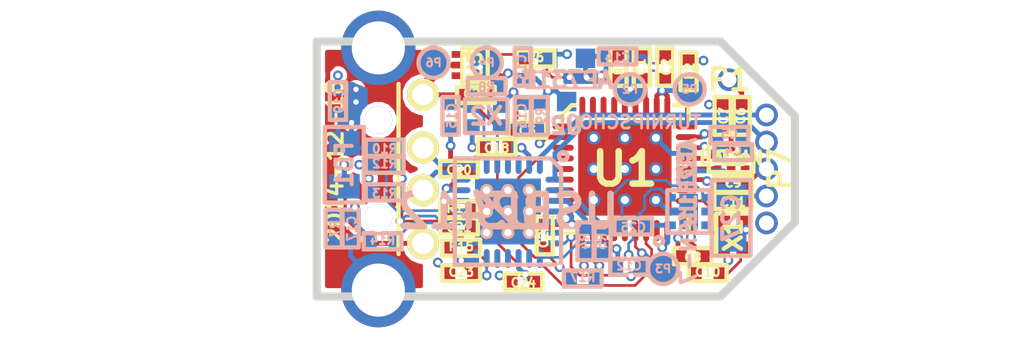
<source format=kicad_pcb>
(kicad_pcb (version 4) (host pcbnew "(2014-10-14 BZR 5188)-product")
  (title_block (date "28 jun 2014"))
  (layers (0 C1F signal) (1 C2 signal) (2 C3 signal) (31 C4B signal) (34 B.Paste user) (35 F.Paste user) (36 B.SilkS user) (37 F.SilkS user) (38 B.Mask user) (39 F.Mask user) (44 Edge.Cuts user))
  (net 0 "")
  (net 1 /DC)
  (net 2 /DD)
  (net 3 /RESET_N)
  (net 4 /SHIELD)
  (net 5 /USBDM_DN2)
  (net 6 /USBDP_DN2)
  (net 7 /VBUS)
  (net 8 3V3)
  (net 9 GND)
  (net 10 "Net-(C1-Pad2)")
  (net 11 "Net-(C6-Pad2)")
  (net 12 "Net-(C6-Pad1)")
  (net 13 "Net-(C7-Pad1)")
  (net 14 "Net-(C10-Pad1)")
  (net 15 "Net-(C11-Pad1)")
  (net 16 "Net-(C15-Pad2)")
  (net 17 "Net-(C16-Pad2)")
  (net 18 "Net-(C21-Pad1)")
  (net 19 "Net-(C26-Pad1)")
  (net 20 "Net-(FB1-Pad2)")
  (net 21 "Net-(J1-Pad2)")
  (net 22 "Net-(J1-Pad3)")
  (net 23 "Net-(R2-Pad1)")
  (net 24 "Net-(R4-Pad2)")
  (net 25 "Net-(R4-Pad1)")
  (net 26 "Net-(R9-Pad1)")
  (net 27 "Net-(R10-Pad2)")
  (net 28 "Net-(R11-Pad2)")
  (net 29 "Net-(R14-Pad1)")
  (net 30 "Net-(R15-Pad1)")
  (net 31 "Net-(T1-Pad3)")
  (net 32 "Net-(T1-Pad4)")
  (net 33 "Net-(R17-Pad1)")
  (net 34 "Net-(R17-Pad2)")
  (net 35 "Net-(U3-Pad7)")
  (net 36 "Net-(U3-Pad8)")
  (net 37 "Net-(R5-Pad1)")
  (net 38 "Net-(U1-Pad1)")
  (net 39 "Net-(U1-Pad3)")
  (net 40 "Net-(U1-Pad5)")
  (net 41 "Net-(U1-Pad6)")
  (net 42 "Net-(U1-Pad7)")
  (net 43 "Net-(U1-Pad8)")
  (net 44 "Net-(U1-Pad9)")
  (net 45 "Net-(U1-Pad13)")
  (net 46 "Net-(U1-Pad14)")
  (net 47 "Net-(U1-Pad17)")
  (net 48 "Net-(U1-Pad18)")
  (net 49 "Net-(U1-Pad32)")
  (net 50 "Net-(U1-Pad33)")
  (net 51 "Net-(U1-Pad34)")
  (net 52 "Net-(U1-Pad35)")
  (net 53 "Net-(U1-Pad36)")
  (net 54 "Net-(U3-Pad5)")
  (net 55 "Net-(U3-Pad6)")
  (net 56 "Net-(U3-Pad9)")
  (net 57 "Net-(U3-Pad11)")
  (net 58 "Net-(U3-Pad12)")
  (net 59 "Net-(U3-Pad25)")
  (net 60 "Net-(U4-Pad6)")
  (net 61 "Net-(U5-Pad1)")
  (net 62 "Net-(U5-Pad3)")
  (module cc1111-legacy:GSG-SOT553 (layer C1F) (at 97.45 85.11 270)
    (fp_text reference U5 (at 0 0 270) (layer F.SilkS) (effects (font (size 0.635 0.635) (thickness 0.16002))))
    (fp_text value AH1806 hide)
    (pad 1 smd rect (at -0.50038 0.8509 270) (size 0.32004 0.50038) (layers C1F F.Paste F.Mask) (net 61 "Net-(U5-Pad1)"))
    (pad 2 smd rect (at 0 0.8509 270) (size 0.32004 0.50038) (layers C1F F.Paste F.Mask) (net 9 GND))
    (pad 3 smd rect (at 0.50038 0.8509 270) (size 0.32004 0.50038) (layers C1F F.Paste F.Mask) (net 62 "Net-(U5-Pad3)"))
    (pad 4 smd rect (at 0.50038 -0.8509 270) (size 0.32004 0.50038) (layers C1F F.Paste F.Mask) (net 8 3V3))
    (pad 5 smd rect (at -0.50038 -0.8509 270) (size 0.32004 0.50038) (layers C1F F.Paste F.Mask) (net 1 /DC))
  )
  (module cc1111-legacy:GSG-0402 (layer C1F) (at 97.49 86.51 180)
    (fp_text reference C28 (at 0 0.0508 180) (layer F.SilkS) (effects (font (size 0.4064 0.4064) (thickness 0.1016))))
    (fp_text value 100nF hide)
    (pad 2 smd rect (at 0.5334 0 180) (size 0.508 0.5588) (layers C1F F.Paste F.Mask) (net 9 GND))
    (pad 1 smd rect (at -0.5334 0 180) (size 0.508 0.5588) (layers C1F F.Paste F.Mask) (net 8 3V3))
  )
  (module cc1111-legacy:GSG-0402 (layer C1F) (at 105.3 85.2 270)
    (fp_text reference C1 (at 0 0.0508 270) (layer F.SilkS) (effects (font (size 0.4064 0.4064) (thickness 0.1016))))
    (fp_text value 1uF hide)
    (pad 2 smd rect (at 0.5334 0 270) (size 0.508 0.5588) (layers C1F F.Paste F.Mask) (net 10 "Net-(C1-Pad2)"))
    (pad 1 smd rect (at -0.5334 0 270) (size 0.508 0.5588) (layers C1F F.Paste F.Mask) (net 9 GND))
  )
  (module cc1111-legacy:GSG-0402 (layer C1F) (at 106.4 85.2 90)
    (fp_text reference C2 (at 0 0.0508 90) (layer F.SilkS) (effects (font (size 0.4064 0.4064) (thickness 0.1016))))
    (fp_text value 100nF hide)
    (pad 2 smd rect (at 0.5334 0 90) (size 0.508 0.5588) (layers C1F F.Paste F.Mask) (net 9 GND))
    (pad 1 smd rect (at -0.5334 0 90) (size 0.508 0.5588) (layers C1F F.Paste F.Mask) (net 8 3V3))
  )
  (module cc1111-legacy:GSG-0402 (layer C1F) (at 99.91 88.15)
    (fp_text reference C3 (at 0 0.0508) (layer F.SilkS) (effects (font (size 0.4064 0.4064) (thickness 0.1016))))
    (fp_text value 100nF hide)
    (pad 2 smd rect (at 0.5334 0) (size 0.508 0.5588) (layers C1F F.Paste F.Mask) (net 8 3V3))
    (pad 1 smd rect (at -0.5334 0) (size 0.508 0.5588) (layers C1F F.Paste F.Mask) (net 9 GND))
  )
  (module cc1111-legacy:GSG-0402 (layer C4B) (at 109.6 89.2 180)
    (fp_text reference C4 (at 0 0.0508 180) (layer B.SilkS) (effects (font (size 0.4064 0.4064) (thickness 0.1016)) (justify mirror)))
    (fp_text value 220pF hide)
    (pad 2 smd rect (at 0.5334 0 180) (size 0.508 0.5588) (layers C4B B.Paste B.Mask) (net 8 3V3))
    (pad 1 smd rect (at -0.5334 0 180) (size 0.508 0.5588) (layers C4B B.Paste B.Mask) (net 9 GND))
  )
  (module cc1111-legacy:GSG-0402 (layer C4B) (at 109.42 88.4 180)
    (fp_text reference C5 (at 0 0.0508 180) (layer B.SilkS) (effects (font (size 0.4064 0.4064) (thickness 0.1016)) (justify mirror)))
    (fp_text value 10nF hide)
    (pad 2 smd rect (at 0.5334 0 180) (size 0.508 0.5588) (layers C4B B.Paste B.Mask) (net 8 3V3))
    (pad 1 smd rect (at -0.5334 0 180) (size 0.508 0.5588) (layers C4B B.Paste B.Mask) (net 9 GND))
  )
  (module cc1111-legacy:GSG-0402 (layer C1F) (at 110 87.5 270)
    (fp_text reference C6 (at 0 0.0508 270) (layer F.SilkS) (effects (font (size 0.4064 0.4064) (thickness 0.1016))))
    (fp_text value 10nF hide)
    (pad 2 smd rect (at 0.5334 0 270) (size 0.508 0.5588) (layers C1F F.Paste F.Mask) (net 11 "Net-(C6-Pad2)"))
    (pad 1 smd rect (at -0.5334 0 270) (size 0.508 0.5588) (layers C1F F.Paste F.Mask) (net 12 "Net-(C6-Pad1)"))
  )
  (module cc1111-legacy:GSG-0402 (layer C1F) (at 109.1 87.5 90)
    (fp_text reference C7 (at 0 0.0508 90) (layer F.SilkS) (effects (font (size 0.4064 0.4064) (thickness 0.1016))))
    (fp_text value 10nF hide)
    (pad 2 smd rect (at 0.5334 0 90) (size 0.508 0.5588) (layers C1F F.Paste F.Mask) (net 9 GND))
    (pad 1 smd rect (at -0.5334 0 90) (size 0.508 0.5588) (layers C1F F.Paste F.Mask) (net 13 "Net-(C7-Pad1)"))
  )
  (module cc1111-legacy:GSG-0402 (layer C1F) (at 107.7 94.1)
    (fp_text reference C8 (at 0 0.0508) (layer F.SilkS) (effects (font (size 0.4064 0.4064) (thickness 0.1016))))
    (fp_text value 10nF hide)
    (pad 2 smd rect (at 0.5334 0) (size 0.508 0.5588) (layers C1F F.Paste F.Mask) (net 8 3V3))
    (pad 1 smd rect (at -0.5334 0) (size 0.508 0.5588) (layers C1F F.Paste F.Mask) (net 9 GND))
  )
  (module cc1111-legacy:GSG-0402 (layer C1F) (at 109.6 90.7 180)
    (fp_text reference C9 (at 0 0.0508 180) (layer F.SilkS) (effects (font (size 0.4064 0.4064) (thickness 0.1016))))
    (fp_text value 2p2 hide)
    (pad 2 smd rect (at 0.5334 0 180) (size 0.508 0.5588) (layers C1F F.Paste F.Mask) (net 8 3V3))
    (pad 1 smd rect (at -0.5334 0 180) (size 0.508 0.5588) (layers C1F F.Paste F.Mask) (net 9 GND))
  )
  (module cc1111-legacy:GSG-0402 (layer C1F) (at 108.4 94.9 180)
    (fp_text reference C10 (at 0 0.0508 180) (layer F.SilkS) (effects (font (size 0.4064 0.4064) (thickness 0.1016))))
    (fp_text value 22pF hide)
    (pad 2 smd rect (at 0.5334 0 180) (size 0.508 0.5588) (layers C1F F.Paste F.Mask) (net 9 GND))
    (pad 1 smd rect (at -0.5334 0 180) (size 0.508 0.5588) (layers C1F F.Paste F.Mask) (net 14 "Net-(C10-Pad1)"))
  )
  (module cc1111-legacy:GSG-0402 (layer C1F) (at 109.6 91.5)
    (fp_text reference C11 (at 0 0.0508) (layer F.SilkS) (effects (font (size 0.4064 0.4064) (thickness 0.1016))))
    (fp_text value 22pF hide)
    (pad 2 smd rect (at 0.5334 0) (size 0.508 0.5588) (layers C1F F.Paste F.Mask) (net 9 GND))
    (pad 1 smd rect (at -0.5334 0) (size 0.508 0.5588) (layers C1F F.Paste F.Mask) (net 15 "Net-(C11-Pad1)"))
  )
  (module cc1111-legacy:GSG-0402 (layer C4B) (at 104.7 94.6 180)
    (fp_text reference C12 (at 0 0.0508 180) (layer B.SilkS) (effects (font (size 0.4064 0.4064) (thickness 0.1016)) (justify mirror)))
    (fp_text value 100nF hide)
    (pad 2 smd rect (at 0.5334 0 180) (size 0.508 0.5588) (layers C4B B.Paste B.Mask) (net 8 3V3))
    (pad 1 smd rect (at -0.5334 0 180) (size 0.508 0.5588) (layers C4B B.Paste B.Mask) (net 9 GND))
  )
  (module cc1111-legacy:GSG-0402 (layer C4B) (at 99.7 85.2 270)
    (fp_text reference C13 (at 0 0.0508 270) (layer B.SilkS) (effects (font (size 0.4064 0.4064) (thickness 0.1016)) (justify mirror)))
    (fp_text value 1uF hide)
    (pad 2 smd rect (at 0.5334 0 270) (size 0.508 0.5588) (layers C4B B.Paste B.Mask) (net 9 GND))
    (pad 1 smd rect (at -0.5334 0 270) (size 0.508 0.5588) (layers C4B B.Paste B.Mask) (net 7 /VBUS))
  )
  (module cc1111-legacy:GSG-0402 (layer C4B) (at 104.15 84.7)
    (fp_text reference C14 (at 0 0.0508) (layer B.SilkS) (effects (font (size 0.4064 0.4064) (thickness 0.1016)) (justify mirror)))
    (fp_text value 4u7 hide)
    (pad 2 smd rect (at 0.5334 0) (size 0.508 0.5588) (layers C4B B.Paste B.Mask) (net 9 GND))
    (pad 1 smd rect (at -0.5334 0) (size 0.508 0.5588) (layers C4B B.Paste B.Mask) (net 8 3V3))
  )
  (module cc1111-legacy:GSG-0402 (layer C4B) (at 96.3 87.5 90)
    (fp_text reference C15 (at 0 0.0508 90) (layer B.SilkS) (effects (font (size 0.4064 0.4064) (thickness 0.1016)) (justify mirror)))
    (fp_text value 18pF hide)
    (pad 2 smd rect (at 0.5334 0 90) (size 0.508 0.5588) (layers C4B B.Paste B.Mask) (net 16 "Net-(C15-Pad2)"))
    (pad 1 smd rect (at -0.5334 0 90) (size 0.508 0.5588) (layers C4B B.Paste B.Mask) (net 9 GND))
  )
  (module cc1111-legacy:GSG-0402 (layer C4B) (at 99.7 87.5 270)
    (fp_text reference C16 (at 0 0.0508 270) (layer B.SilkS) (effects (font (size 0.4064 0.4064) (thickness 0.1016)) (justify mirror)))
    (fp_text value 18pF hide)
    (pad 2 smd rect (at 0.5334 0 270) (size 0.508 0.5588) (layers C4B B.Paste B.Mask) (net 17 "Net-(C16-Pad2)"))
    (pad 1 smd rect (at -0.5334 0 270) (size 0.508 0.5588) (layers C4B B.Paste B.Mask) (net 9 GND))
  )
  (module cc1111-legacy:GSG-0402 (layer C4B) (at 91.6 92.8 90)
    (fp_text reference C17 (at 0 0.0508 90) (layer B.SilkS) (effects (font (size 0.4064 0.4064) (thickness 0.1016)) (justify mirror)))
    (fp_text value 100nF hide)
    (pad 2 smd rect (at 0.5334 0 90) (size 0.508 0.5588) (layers C4B B.Paste B.Mask) (net 9 GND))
    (pad 1 smd rect (at -0.5334 0 90) (size 0.508 0.5588) (layers C4B B.Paste B.Mask) (net 4 /SHIELD))
  )
  (module cc1111-legacy:GSG-0402 (layer C1F) (at 98.47 88.97)
    (fp_text reference C18 (at 0 0.0508) (layer F.SilkS) (effects (font (size 0.4064 0.4064) (thickness 0.1016))))
    (fp_text value 100nF hide)
    (pad 2 smd rect (at 0.5334 0) (size 0.508 0.5588) (layers C1F F.Paste F.Mask) (net 8 3V3))
    (pad 1 smd rect (at -0.5334 0) (size 0.508 0.5588) (layers C1F F.Paste F.Mask) (net 9 GND))
  )
  (module cc1111-legacy:GSG-0402 (layer C4B) (at 91 86.8 90)
    (fp_text reference C19 (at 0 0.0508 90) (layer B.SilkS) (effects (font (size 0.4064 0.4064) (thickness 0.1016)) (justify mirror)))
    (fp_text value 1uF hide)
    (pad 2 smd rect (at 0.5334 0 90) (size 0.508 0.5588) (layers C4B B.Paste B.Mask) (net 9 GND))
    (pad 1 smd rect (at -0.5334 0 90) (size 0.508 0.5588) (layers C4B B.Paste B.Mask) (net 7 /VBUS))
  )
  (module cc1111-legacy:GSG-0402 (layer C1F) (at 96.7 90)
    (fp_text reference C20 (at 0 0.0508) (layer F.SilkS) (effects (font (size 0.4064 0.4064) (thickness 0.1016))))
    (fp_text value 100nF hide)
    (pad 2 smd rect (at 0.5334 0) (size 0.508 0.5588) (layers C1F F.Paste F.Mask) (net 8 3V3))
    (pad 1 smd rect (at -0.5334 0) (size 0.508 0.5588) (layers C1F F.Paste F.Mask) (net 9 GND))
  )
  (module cc1111-legacy:GSG-0402 (layer C1F) (at 96.7 92.7)
    (fp_text reference C21 (at 0 0.0508) (layer F.SilkS) (effects (font (size 0.4064 0.4064) (thickness 0.1016))))
    (fp_text value 100nF hide)
    (pad 2 smd rect (at 0.5334 0) (size 0.508 0.5588) (layers C1F F.Paste F.Mask) (net 9 GND))
    (pad 1 smd rect (at -0.5334 0) (size 0.508 0.5588) (layers C1F F.Paste F.Mask) (net 18 "Net-(C21-Pad1)"))
  )
  (module cc1111-legacy:GSG-0402 (layer C1F) (at 100.73 93.13 270)
    (fp_text reference C22 (at 0 0.0508 270) (layer F.SilkS) (effects (font (size 0.4064 0.4064) (thickness 0.1016))))
    (fp_text value 100nF hide)
    (pad 2 smd rect (at 0.5334 0 270) (size 0.508 0.5588) (layers C1F F.Paste F.Mask) (net 9 GND))
    (pad 1 smd rect (at -0.5334 0 270) (size 0.508 0.5588) (layers C1F F.Paste F.Mask) (net 8 3V3))
  )
  (module cc1111-legacy:GSG-0402 (layer C1F) (at 96.8 94.9 180)
    (fp_text reference C23 (at 0 0.0508 180) (layer F.SilkS) (effects (font (size 0.4064 0.4064) (thickness 0.1016))))
    (fp_text value 100nF hide)
    (pad 2 smd rect (at 0.5334 0 180) (size 0.508 0.5588) (layers C1F F.Paste F.Mask) (net 9 GND))
    (pad 1 smd rect (at -0.5334 0 180) (size 0.508 0.5588) (layers C1F F.Paste F.Mask) (net 8 3V3))
  )
  (module cc1111-legacy:GSG-0402 (layer C1F) (at 99.73 95.3)
    (fp_text reference C24 (at 0 0.0508) (layer F.SilkS) (effects (font (size 0.4064 0.4064) (thickness 0.1016))))
    (fp_text value 100nF hide)
    (pad 2 smd rect (at 0.5334 0) (size 0.508 0.5588) (layers C1F F.Paste F.Mask) (net 8 3V3))
    (pad 1 smd rect (at -0.5334 0) (size 0.508 0.5588) (layers C1F F.Paste F.Mask) (net 9 GND))
  )
  (module cc1111-legacy:GSG-0402 (layer C4B) (at 104.9 92.7)
    (fp_text reference C25 (at 0 0.0508) (layer B.SilkS) (effects (font (size 0.4064 0.4064) (thickness 0.1016)) (justify mirror)))
    (fp_text value 100nF hide)
    (pad 2 smd rect (at 0.5334 0) (size 0.508 0.5588) (layers C4B B.Paste B.Mask) (net 7 /VBUS))
    (pad 1 smd rect (at -0.5334 0) (size 0.508 0.5588) (layers C4B B.Paste B.Mask) (net 9 GND))
  )
  (module cc1111-legacy:GSG-0402 (layer C4B) (at 107.4 89.8 90)
    (fp_text reference C26 (at 0 0.0508 90) (layer B.SilkS) (effects (font (size 0.4064 0.4064) (thickness 0.1016)) (justify mirror)))
    (fp_text value 100nF hide)
    (pad 2 smd rect (at 0.5334 0 90) (size 0.508 0.5588) (layers C4B B.Paste B.Mask) (net 9 GND))
    (pad 1 smd rect (at -0.5334 0 90) (size 0.508 0.5588) (layers C4B B.Paste B.Mask) (net 19 "Net-(C26-Pad1)"))
  )
  (module cc1111-legacy:GSG-0805 (layer C4B) (at 109.5 92.3 270)
    (fp_text reference C27 (at 0 0 270) (layer B.SilkS) (effects (font (size 0.762 0.762) (thickness 0.1905)) (justify mirror)))
    (fp_text value 47uF hide)
    (pad 2 smd rect (at 1.016 0 270) (size 1.15062 1.44018) (layers C4B B.Paste B.Mask) (net 9 GND) (clearance 0.1778))
    (pad 1 smd rect (at -1.016 0 270) (size 1.15062 1.44018) (layers C4B B.Paste B.Mask) (net 19 "Net-(C26-Pad1)") (clearance 0.1778))
  )
  (module cc1111-legacy:GSG-0805 (layer C4B) (at 91.3 89.8 270)
    (fp_text reference FB1 (at 0 0 270) (layer B.SilkS) (effects (font (size 0.762 0.762) (thickness 0.1905)) (justify mirror)))
    (fp_text value FILTER hide)
    (pad 2 smd rect (at 1.016 0 270) (size 1.15062 1.44018) (layers C4B B.Paste B.Mask) (net 20 "Net-(FB1-Pad2)") (clearance 0.1778))
    (pad 1 smd rect (at -1.016 0 270) (size 1.15062 1.44018) (layers C4B B.Paste B.Mask) (net 7 /VBUS) (clearance 0.1778))
  )
  (module cc1111-legacy:GSG-USB-A-1001-010-01001-SHIELD (layer C1F) (at 90 90 270)
    (fp_text reference J1 hide)
    (fp_text value USB-DEVICE-SHIELD hide)
    (pad 1 thru_hole circle (at 3.50012 -5.00126 270) (size 1.50114 1.50114) (drill 1.00076) (layers *.Cu *.Mask F.SilkS) (net 20 "Net-(FB1-Pad2)"))
    (pad 2 thru_hole circle (at 1.00076 -5.00126 270) (size 1.50114 1.50114) (drill 1.00076) (layers *.Cu *.Mask F.SilkS) (net 21 "Net-(J1-Pad2)"))
    (pad 3 thru_hole circle (at -1.00076 -5.00126 270) (size 1.50114 1.50114) (drill 1.00076) (layers *.Cu *.Mask F.SilkS) (net 22 "Net-(J1-Pad3)"))
    (pad 4 thru_hole circle (at -3.50012 -5.00126 270) (size 1.50114 1.50114) (drill 1.00076) (layers *.Cu *.Mask F.SilkS) (net 9 GND))
    (pad "" thru_hole circle (at 2.30124 -2.90068 270) (size 1.30048 1.30048) (drill 1.30048) (layers *.Cu *.Mask) (clearance -0.09906))
    (pad "" thru_hole circle (at -2.30124 -2.90068 270) (size 1.30048 1.30048) (drill 1.30048) (layers *.Cu *.Mask) (clearance -0.09906))
    (pad 5 thru_hole circle (at 5.69976 -2.90068 270) (size 3.50012 3.50012) (drill 2.49936) (layers *.Cu *.Mask) (net 4 /SHIELD))
    (pad 5 thru_hole circle (at -5.69976 -2.90068 270) (size 3.50012 3.50012) (drill 2.49936) (layers *.Cu *.Mask) (net 4 /SHIELD))
  )
  (module cc1111-legacy:GSG-50MIL-HEADER-1x1-TH (layer C1F) (at 109.4 85.8)
    (fp_text reference P1 (at 0 0) (layer F.SilkS) (effects (font (size 1.00076 1.00076) (thickness 0.2032))))
    (fp_text value CONN_1 hide)
    (pad 1 thru_hole circle (at 0 0) (size 1.0668 1.0668) (drill 0.7112) (layers *.Cu *.Mask) (net 12 "Net-(C6-Pad1)"))
  )
  (module cc1111-legacy:GSG-TESTPOINT-50MIL (layer C4B) (at 104.74 86.25)
    (fp_text reference P2 (at 0 0) (layer B.SilkS) (effects (font (size 0.381 0.381) (thickness 0.09652)) (justify mirror)))
    (fp_text value RESET_N hide)
    (pad 1 smd circle (at 0 0) (size 1.27 1.27) (layers C4B B.Mask) (net 3 /RESET_N))
  )
  (module cc1111-legacy:GSG-TESTPOINT-50MIL (layer C4B) (at 106.3 94.7)
    (fp_text reference P3 (at 0 0) (layer B.SilkS) (effects (font (size 0.381 0.381) (thickness 0.09652)) (justify mirror)))
    (fp_text value DD hide)
    (pad 1 smd circle (at 0 0) (size 1.27 1.27) (layers C4B B.Mask) (net 2 /DD))
  )
  (module cc1111-legacy:GSG-TESTPOINT-50MIL (layer C4B) (at 98 85)
    (fp_text reference P4 (at 0 0) (layer B.SilkS) (effects (font (size 0.381 0.381) (thickness 0.09652)) (justify mirror)))
    (fp_text value DC hide)
    (pad 1 smd circle (at 0 0) (size 1.27 1.27) (layers C4B B.Mask) (net 1 /DC))
  )
  (module cc1111-legacy:GSG-TESTPOINT-50MIL (layer C4B) (at 107.55 86.25)
    (fp_text reference P5 (at 0 0) (layer B.SilkS) (effects (font (size 0.381 0.381) (thickness 0.09652)) (justify mirror)))
    (fp_text value 3V3 hide)
    (pad 1 smd circle (at 0 0) (size 1.27 1.27) (layers C4B B.Mask) (net 8 3V3))
  )
  (module cc1111-legacy:GSG-TESTPOINT-50MIL (layer C4B) (at 95.5 85)
    (fp_text reference P6 (at 0 0) (layer B.SilkS) (effects (font (size 0.381 0.381) (thickness 0.09652)) (justify mirror)))
    (fp_text value GND hide)
    (pad 1 smd circle (at 0 0) (size 1.27 1.27) (layers C4B B.Mask) (net 9 GND))
  )
  (module cc1111-legacy:GSG-50MIL-HEADER-1x5-TH (layer C1F) (at 111.8 90 270)
    (fp_text reference P7 (at 0 0 270) (layer F.SilkS) (effects (font (size 1.00076 1.00076) (thickness 0.2032))))
    (fp_text value CABLE hide)
    (pad 1 thru_hole circle (at -2.54 0.635 270) (size 1.0668 1.0668) (drill 0.7112) (layers *.Cu *.Mask) (net 5 /USBDM_DN2))
    (pad 2 thru_hole circle (at -1.27 0.635 270) (size 1.0668 1.0668) (drill 0.7112) (layers *.Cu *.Mask) (net 6 /USBDP_DN2))
    (pad 3 thru_hole circle (at 0 0.635 270) (size 1.0668 1.0668) (drill 0.7112) (layers *.Cu *.Mask) (net 9 GND))
    (pad 4 thru_hole circle (at 1.27 0.635 270) (size 1.0668 1.0668) (drill 0.7112) (layers *.Cu *.Mask) (net 19 "Net-(C26-Pad1)"))
    (pad 5 thru_hole circle (at 2.54 0.635 270) (size 1.0668 1.0668) (drill 0.7112) (layers *.Cu *.Mask) (net 4 /SHIELD))
  )
  (module cc1111-legacy:GSG-0402 (layer C1F) (at 104.2 85.2 90)
    (fp_text reference R1 (at 0 0.0508 90) (layer F.SilkS) (effects (font (size 0.4064 0.4064) (thickness 0.1016))))
    (fp_text value 10k hide)
    (pad 2 smd rect (at 0.5334 0 90) (size 0.508 0.5588) (layers C1F F.Paste F.Mask) (net 8 3V3))
    (pad 1 smd rect (at -0.5334 0 90) (size 0.508 0.5588) (layers C1F F.Paste F.Mask) (net 3 /RESET_N))
  )
  (module cc1111-legacy:GSG-0402 (layer C1F) (at 107.5 85.4 90)
    (fp_text reference R2 (at 0 0.0508 90) (layer F.SilkS) (effects (font (size 0.4064 0.4064) (thickness 0.1016))))
    (fp_text value 56k hide)
    (pad 2 smd rect (at 0.5334 0 90) (size 0.508 0.5588) (layers C1F F.Paste F.Mask) (net 9 GND))
    (pad 1 smd rect (at -0.5334 0 90) (size 0.508 0.5588) (layers C1F F.Paste F.Mask) (net 23 "Net-(R2-Pad1)"))
  )
  (module cc1111-legacy:GSG-0402 (layer C4B) (at 102.65 93.4 270)
    (fp_text reference R4 (at 0 0.0508 270) (layer B.SilkS) (effects (font (size 0.4064 0.4064) (thickness 0.1016)) (justify mirror)))
    (fp_text value 33 hide)
    (pad 2 smd rect (at 0.5334 0 270) (size 0.508 0.5588) (layers C4B B.Paste B.Mask) (net 24 "Net-(R4-Pad2)"))
    (pad 1 smd rect (at -0.5334 0 270) (size 0.508 0.5588) (layers C4B B.Paste B.Mask) (net 25 "Net-(R4-Pad1)"))
  )
  (module cc1111-legacy:GSG-0402 (layer C4B) (at 103.45 93.4 270)
    (fp_text reference R5 (at 0 0.0508 270) (layer B.SilkS) (effects (font (size 0.4064 0.4064) (thickness 0.1016)) (justify mirror)))
    (fp_text value 33 hide)
    (pad 2 smd rect (at 0.5334 0 270) (size 0.508 0.5588) (layers C4B B.Paste B.Mask) (net 33 "Net-(R17-Pad1)"))
    (pad 1 smd rect (at -0.5334 0 270) (size 0.508 0.5588) (layers C4B B.Paste B.Mask) (net 37 "Net-(R5-Pad1)"))
  )
  (module cc1111-legacy:GSG-0402 (layer C1F) (at 100.3 84.8 180)
    (fp_text reference R6 (at 0 0.0508 180) (layer F.SilkS) (effects (font (size 0.4064 0.4064) (thickness 0.1016))))
    (fp_text value 100k hide)
    (pad 2 smd rect (at 0.5334 0 180) (size 0.508 0.5588) (layers C1F F.Paste F.Mask) (net 1 /DC))
    (pad 1 smd rect (at -0.5334 0 180) (size 0.508 0.5588) (layers C1F F.Paste F.Mask) (net 8 3V3))
  )
  (module cc1111-legacy:GSG-0402 (layer C4B) (at 90.8 92.8 90)
    (fp_text reference R7 (at 0 0.0508 90) (layer B.SilkS) (effects (font (size 0.4064 0.4064) (thickness 0.1016)) (justify mirror)))
    (fp_text value 330 hide)
    (pad 2 smd rect (at 0.5334 0 90) (size 0.508 0.5588) (layers C4B B.Paste B.Mask) (net 9 GND))
    (pad 1 smd rect (at -0.5334 0 90) (size 0.508 0.5588) (layers C4B B.Paste B.Mask) (net 4 /SHIELD))
  )
  (module cc1111-legacy:GSG-0402 (layer C4B) (at 98 86.1)
    (fp_text reference R8 (at 0 0.0508) (layer B.SilkS) (effects (font (size 0.4064 0.4064) (thickness 0.1016)) (justify mirror)))
    (fp_text value 1M hide)
    (pad 2 smd rect (at 0.5334 0) (size 0.508 0.5588) (layers C4B B.Paste B.Mask) (net 17 "Net-(C16-Pad2)"))
    (pad 1 smd rect (at -0.5334 0) (size 0.508 0.5588) (layers C4B B.Paste B.Mask) (net 16 "Net-(C15-Pad2)"))
  )
  (module cc1111-legacy:GSG-0402 (layer C4B) (at 100.5 87.5 90)
    (fp_text reference R9 (at 0 0.0508 90) (layer B.SilkS) (effects (font (size 0.4064 0.4064) (thickness 0.1016)) (justify mirror)))
    (fp_text value 12k hide)
    (pad 2 smd rect (at 0.5334 0 90) (size 0.508 0.5588) (layers C4B B.Paste B.Mask) (net 9 GND))
    (pad 1 smd rect (at -0.5334 0 90) (size 0.508 0.5588) (layers C4B B.Paste B.Mask) (net 26 "Net-(R9-Pad1)"))
  )
  (module cc1111-legacy:GSG-0402 (layer C4B) (at 93.2 89)
    (fp_text reference R10 (at 0 0.0508) (layer B.SilkS) (effects (font (size 0.4064 0.4064) (thickness 0.1016)) (justify mirror)))
    (fp_text value 100k hide)
    (pad 2 smd rect (at 0.5334 0) (size 0.508 0.5588) (layers C4B B.Paste B.Mask) (net 27 "Net-(R10-Pad2)"))
    (pad 1 smd rect (at -0.5334 0) (size 0.508 0.5588) (layers C4B B.Paste B.Mask) (net 7 /VBUS))
  )
  (module cc1111-legacy:GSG-0402 (layer C1F) (at 96.7 91.9 180)
    (fp_text reference R11 (at 0 0.0508 180) (layer F.SilkS) (effects (font (size 0.4064 0.4064) (thickness 0.1016))))
    (fp_text value 50k hide)
    (pad 2 smd rect (at 0.5334 0 180) (size 0.508 0.5588) (layers C1F F.Paste F.Mask) (net 28 "Net-(R11-Pad2)"))
    (pad 1 smd rect (at -0.5334 0 180) (size 0.508 0.5588) (layers C1F F.Paste F.Mask) (net 9 GND))
  )
  (module cc1111-legacy:GSG-0402 (layer C4B) (at 93.2 89.8 180)
    (fp_text reference R12 (at 0 0.0508 180) (layer B.SilkS) (effects (font (size 0.4064 0.4064) (thickness 0.1016)) (justify mirror)))
    (fp_text value 100k hide)
    (pad 2 smd rect (at 0.5334 0 180) (size 0.508 0.5588) (layers C4B B.Paste B.Mask) (net 9 GND))
    (pad 1 smd rect (at -0.5334 0 180) (size 0.508 0.5588) (layers C4B B.Paste B.Mask) (net 27 "Net-(R10-Pad2)"))
  )
  (module cc1111-legacy:GSG-0402 (layer C4B) (at 93.2 91.1)
    (fp_text reference R13 (at 0 0.0508) (layer B.SilkS) (effects (font (size 0.4064 0.4064) (thickness 0.1016)) (justify mirror)))
    (fp_text value 100k hide)
    (pad 2 smd rect (at 0.5334 0) (size 0.508 0.5588) (layers C4B B.Paste B.Mask) (net 18 "Net-(C21-Pad1)"))
    (pad 1 smd rect (at -0.5334 0) (size 0.508 0.5588) (layers C4B B.Paste B.Mask) (net 8 3V3))
  )
  (module cc1111-legacy:GSG-0402 (layer C4B) (at 93.1 93.4 180)
    (fp_text reference R14 (at 0 0.0508 180) (layer B.SilkS) (effects (font (size 0.4064 0.4064) (thickness 0.1016)) (justify mirror)))
    (fp_text value 100k hide)
    (pad 2 smd rect (at 0.5334 0 180) (size 0.508 0.5588) (layers C4B B.Paste B.Mask) (net 9 GND))
    (pad 1 smd rect (at -0.5334 0 180) (size 0.508 0.5588) (layers C4B B.Paste B.Mask) (net 29 "Net-(R14-Pad1)"))
  )
  (module cc1111-legacy:GSG-0402 (layer C1F) (at 96.8 93.7 180)
    (fp_text reference R15 (at 0 0.0508 180) (layer F.SilkS) (effects (font (size 0.4064 0.4064) (thickness 0.1016))))
    (fp_text value 50k hide)
    (pad 2 smd rect (at 0.5334 0 180) (size 0.508 0.5588) (layers C1F F.Paste F.Mask) (net 9 GND))
    (pad 1 smd rect (at -0.5334 0 180) (size 0.508 0.5588) (layers C1F F.Paste F.Mask) (net 30 "Net-(R15-Pad1)"))
  )
  (module cc1111-legacy:GSG-B0310J50100AHF (layer C1F) (at 109.5 89.5)
    (fp_text reference T1 (at 0 0) (layer F.SilkS) (effects (font (size 0.635 0.635) (thickness 0.16002))))
    (fp_text value BALUN (at 0 0) (layer F.SilkS) (effects (font (size 0.635 0.635) (thickness 0.16002))))
    (pad 1 smd rect (at 0.6604 -0.4953) (size 0.40894 0.3302) (layers C1F F.Paste F.Mask) (net 11 "Net-(C6-Pad2)"))
    (pad 2 smd rect (at 0 -0.4953) (size 0.40894 0.3302) (layers C1F F.Paste F.Mask) (net 13 "Net-(C7-Pad1)"))
    (pad 3 smd rect (at -0.6604 -0.4953) (size 0.40894 0.3302) (layers C1F F.Paste F.Mask) (net 31 "Net-(T1-Pad3)"))
    (pad 4 smd rect (at -0.6604 0.4953) (size 0.40894 0.3302) (layers C1F F.Paste F.Mask) (net 32 "Net-(T1-Pad4)"))
    (pad 5 smd rect (at 0 0.4953) (size 0.40894 0.3302) (layers C1F F.Paste F.Mask))
    (pad 6 smd rect (at 0.6604 0.4953) (size 0.40894 0.3302) (layers C1F F.Paste F.Mask))
  )
  (module cc1111-legacy:GSG-QFN36 (layer C1F) (at 104.5 90)
    (fp_text reference U1 (at 0 0) (layer F.SilkS) (effects (font (thickness 0.3048))))
    (fp_text value CC1111 hide)
    (pad 1 smd oval (at -2.90068 -1.99898) (size 1.00076 0.2794) (layers C1F F.Paste F.Mask) (net 38 "Net-(U1-Pad1)"))
    (pad 2 smd oval (at -2.90068 -1.50114) (size 1.00076 0.2794) (layers C1F F.Paste F.Mask) (net 8 3V3))
    (pad 3 smd oval (at -2.90068 -1.00076) (size 1.00076 0.2794) (layers C1F F.Paste F.Mask) (net 39 "Net-(U1-Pad3)"))
    (pad 4 smd oval (at -2.90068 -0.50038) (size 1.00076 0.2794) (layers C1F F.Paste F.Mask) (net 34 "Net-(R17-Pad2)"))
    (pad 5 smd oval (at -2.90068 0) (size 1.00076 0.2794) (layers C1F F.Paste F.Mask) (net 40 "Net-(U1-Pad5)"))
    (pad 6 smd oval (at -2.90068 0.50038) (size 1.00076 0.2794) (layers C1F F.Paste F.Mask) (net 41 "Net-(U1-Pad6)"))
    (pad 7 smd oval (at -2.90068 1.00076) (size 1.00076 0.2794) (layers C1F F.Paste F.Mask) (net 42 "Net-(U1-Pad7)"))
    (pad 8 smd oval (at -2.90068 1.50114) (size 1.00076 0.2794) (layers C1F F.Paste F.Mask) (net 43 "Net-(U1-Pad8)"))
    (pad 9 smd oval (at -2.90068 1.99898) (size 1.00076 0.2794) (layers C1F F.Paste F.Mask) (net 44 "Net-(U1-Pad9)"))
    (pad 10 smd oval (at -1.99898 2.90068 90) (size 1.00076 0.2794) (layers C1F F.Paste F.Mask) (net 24 "Net-(R4-Pad2)"))
    (pad 11 smd oval (at -1.50114 2.90068 90) (size 1.00076 0.2794) (layers C1F F.Paste F.Mask) (net 33 "Net-(R17-Pad1)"))
    (pad 12 smd oval (at -1.00076 2.90068 90) (size 1.00076 0.2794) (layers C1F F.Paste F.Mask) (net 8 3V3))
    (pad 13 smd oval (at -0.50038 2.90068 90) (size 1.00076 0.2794) (layers C1F F.Paste F.Mask) (net 45 "Net-(U1-Pad13)"))
    (pad 14 smd oval (at 0 2.90068 90) (size 1.00076 0.2794) (layers C1F F.Paste F.Mask) (net 46 "Net-(U1-Pad14)"))
    (pad 15 smd oval (at 0.50038 2.90068 90) (size 1.00076 0.2794) (layers C1F F.Paste F.Mask) (net 2 /DD))
    (pad 16 smd oval (at 1.00076 2.90068 90) (size 1.00076 0.2794) (layers C1F F.Paste F.Mask) (net 1 /DC))
    (pad 17 smd oval (at 1.50114 2.90068 90) (size 1.00076 0.2794) (layers C1F F.Paste F.Mask) (net 47 "Net-(U1-Pad17)"))
    (pad 18 smd oval (at 1.99898 2.90068 90) (size 1.00076 0.2794) (layers C1F F.Paste F.Mask) (net 48 "Net-(U1-Pad18)"))
    (pad 19 smd oval (at 2.90068 1.99898) (size 1.00076 0.2794) (layers C1F F.Paste F.Mask) (net 8 3V3))
    (pad 20 smd oval (at 2.90068 1.50114) (size 1.00076 0.2794) (layers C1F F.Paste F.Mask) (net 14 "Net-(C10-Pad1)"))
    (pad 21 smd oval (at 2.90068 1.00076) (size 1.00076 0.2794) (layers C1F F.Paste F.Mask) (net 15 "Net-(C11-Pad1)"))
    (pad 22 smd oval (at 2.90068 0.50038) (size 1.00076 0.2794) (layers C1F F.Paste F.Mask) (net 8 3V3))
    (pad 23 smd oval (at 2.90068 0) (size 1.00076 0.2794) (layers C1F F.Paste F.Mask) (net 32 "Net-(T1-Pad4)"))
    (pad 24 smd oval (at 2.90068 -0.50038) (size 1.00076 0.2794) (layers C1F F.Paste F.Mask) (net 31 "Net-(T1-Pad3)"))
    (pad 25 smd oval (at 2.90068 -1.00076) (size 1.00076 0.2794) (layers C1F F.Paste F.Mask) (net 8 3V3))
    (pad 26 smd oval (at 2.90068 -1.50114) (size 1.00076 0.2794) (layers C1F F.Paste F.Mask) (net 8 3V3))
    (pad 27 smd oval (at 2.90068 -1.99898) (size 1.00076 0.2794) (layers C1F F.Paste F.Mask) (net 23 "Net-(R2-Pad1)"))
    (pad 28 smd oval (at 1.99898 -2.90068 90) (size 1.00076 0.2794) (layers C1F F.Paste F.Mask) (net 8 3V3))
    (pad 29 smd oval (at 1.50114 -2.90068 90) (size 1.00076 0.2794) (layers C1F F.Paste F.Mask) (net 8 3V3))
    (pad 30 smd oval (at 1.00076 -2.90068 90) (size 1.00076 0.2794) (layers C1F F.Paste F.Mask) (net 10 "Net-(C1-Pad2)"))
    (pad 31 smd oval (at 0.50038 -2.90068 90) (size 1.00076 0.2794) (layers C1F F.Paste F.Mask) (net 3 /RESET_N))
    (pad 32 smd oval (at 0 -2.90068 90) (size 1.00076 0.2794) (layers C1F F.Paste F.Mask) (net 49 "Net-(U1-Pad32)"))
    (pad 33 smd oval (at -0.50038 -2.90068 90) (size 1.00076 0.2794) (layers C1F F.Paste F.Mask) (net 50 "Net-(U1-Pad33)"))
    (pad 34 smd oval (at -1.00076 -2.90068 90) (size 1.00076 0.2794) (layers C1F F.Paste F.Mask) (net 51 "Net-(U1-Pad34)"))
    (pad 35 smd oval (at -1.50114 -2.90068 90) (size 1.00076 0.2794) (layers C1F F.Paste F.Mask) (net 52 "Net-(U1-Pad35)"))
    (pad 36 smd oval (at -1.99898 -2.90068 90) (size 1.00076 0.2794) (layers C1F F.Paste F.Mask) (net 53 "Net-(U1-Pad36)"))
    (pad 0 smd rect (at 0 0) (size 1.47066 1.47066) (layers C1F F.Paste F.Mask) (net 9 GND))
    (pad 0 smd rect (at 1.4605 0) (size 1.47066 1.47066) (layers C1F F.Paste F.Mask) (net 9 GND))
    (pad 0 smd rect (at -1.4605 0) (size 1.47066 1.47066) (layers C1F F.Paste F.Mask) (net 9 GND))
    (pad 0 smd rect (at 0 -1.4605) (size 1.47066 1.47066) (layers C1F F.Paste F.Mask) (net 9 GND))
    (pad 0 smd rect (at 0 1.4605) (size 1.47066 1.47066) (layers C1F F.Paste F.Mask) (net 9 GND))
    (pad 0 smd rect (at 1.4605 -1.4605) (size 1.47066 1.47066) (layers C1F F.Paste F.Mask) (net 9 GND))
    (pad 0 smd rect (at -1.4605 -1.4605) (size 1.47066 1.47066) (layers C1F F.Paste F.Mask) (net 9 GND))
    (pad 0 smd rect (at -1.4605 1.4605) (size 1.47066 1.47066) (layers C1F F.Paste F.Mask) (net 9 GND))
    (pad 0 smd rect (at 1.4605 1.4605) (size 1.47066 1.47066) (layers C1F F.Paste F.Mask) (net 9 GND))
    (pad 0 thru_hole circle (at 1.4605 -1.4605) (size 0.635 0.635) (drill 0.381) (layers *.Cu *.Mask) (net 9 GND))
    (pad 0 thru_hole circle (at 0 -1.4605) (size 0.635 0.635) (drill 0.381) (layers *.Cu *.Mask) (net 9 GND))
    (pad 0 thru_hole circle (at -1.4605 -1.4605) (size 0.635 0.635) (drill 0.381) (layers *.Cu *.Mask) (net 9 GND))
    (pad 0 thru_hole circle (at -1.4605 0) (size 0.635 0.635) (drill 0.381) (layers *.Cu *.Mask) (net 9 GND))
    (pad 0 thru_hole circle (at 0 0) (size 0.635 0.635) (drill 0.381) (layers *.Cu *.Mask) (net 9 GND))
    (pad 0 thru_hole circle (at 1.4605 0) (size 0.635 0.635) (drill 0.381) (layers *.Cu *.Mask) (net 9 GND))
    (pad 0 thru_hole circle (at -1.4605 1.4605) (size 0.635 0.635) (drill 0.381) (layers *.Cu *.Mask) (net 9 GND))
    (pad 0 thru_hole circle (at 0 1.4605) (size 0.635 0.635) (drill 0.381) (layers *.Cu *.Mask) (net 9 GND))
    (pad 0 thru_hole circle (at 1.4605 1.4605) (size 0.635 0.635) (drill 0.381) (layers *.Cu *.Mask) (net 9 GND))
  )
  (module cc1111-legacy:GSG-SOT23-3 (layer C4B) (at 101.76 85.81 180)
    (fp_text reference U2 (at 0 -2.159 180) (layer B.SilkS) (effects (font (size 0.762 0.762) (thickness 0.1905)) (justify mirror)))
    (fp_text value AP7313 (at 0 0 180) (layer B.SilkS) (effects (font (size 0.762 0.762) (thickness 0.1905)) (justify mirror)))
    (pad 2 smd rect (at -0.889 1.016 180) (size 0.9144 0.9144) (layers C4B B.Paste B.Mask) (net 8 3V3))
    (pad 1 smd rect (at 0.889 1.016 180) (size 0.9144 0.9144) (layers C4B B.Paste B.Mask) (net 7 /VBUS))
    (pad 3 smd rect (at 0 -1.016 180) (size 0.9144 0.9144) (layers C4B B.Paste B.Mask) (net 9 GND))
  )
  (module cc1111-legacy:GSG-QFN28 (layer C4B) (at 99 92 180)
    (fp_text reference U3 (at 0 0 180) (layer B.SilkS) (effects (font (thickness 0.3048)) (justify mirror)))
    (fp_text value USB2412 (at 0 0 180) (layer B.SilkS) (effects (font (thickness 0.3048)) (justify mirror)))
    (pad 1 smd oval (at -2.21 1.5 180) (size 0.89 0.28) (layers C4B B.Paste B.Mask) (net 6 /USBDP_DN2))
    (pad 2 smd oval (at -2.21 1 180) (size 0.89 0.28) (layers C4B B.Paste B.Mask) (net 37 "Net-(R5-Pad1)"))
    (pad 3 smd oval (at -2.21 0.5 180) (size 0.89 0.28) (layers C4B B.Paste B.Mask) (net 25 "Net-(R4-Pad1)"))
    (pad 4 smd oval (at -2.21 0 180) (size 0.89 0.28) (layers C4B B.Paste B.Mask) (net 8 3V3))
    (pad 5 smd oval (at -2.21 -0.5 180) (size 0.89 0.28) (layers C4B B.Paste B.Mask) (net 54 "Net-(U3-Pad5)"))
    (pad 6 smd oval (at -2.21 -1 180) (size 0.89 0.28) (layers C4B B.Paste B.Mask) (net 55 "Net-(U3-Pad6)"))
    (pad 7 smd oval (at -2.21 -1.5 180) (size 0.89 0.28) (layers C4B B.Paste B.Mask) (net 35 "Net-(U3-Pad7)"))
    (pad 8 smd oval (at -1.5 -2.21 90) (size 0.89 0.28) (layers C4B B.Paste B.Mask) (net 36 "Net-(U3-Pad8)"))
    (pad 9 smd oval (at -1 -2.21 90) (size 0.89 0.28) (layers C4B B.Paste B.Mask) (net 56 "Net-(U3-Pad9)"))
    (pad 10 smd oval (at -0.5 -2.21 90) (size 0.89 0.28) (layers C4B B.Paste B.Mask) (net 8 3V3))
    (pad 11 smd oval (at 0 -2.21 90) (size 0.89 0.28) (layers C4B B.Paste B.Mask) (net 57 "Net-(U3-Pad11)"))
    (pad 12 smd oval (at 0.5 -2.21 90) (size 0.89 0.28) (layers C4B B.Paste B.Mask) (net 58 "Net-(U3-Pad12)"))
    (pad 13 smd oval (at 1 -2.21 90) (size 0.89 0.28) (layers C4B B.Paste B.Mask) (net 30 "Net-(R15-Pad1)"))
    (pad 14 smd oval (at 1.5 -2.21 90) (size 0.89 0.28) (layers C4B B.Paste B.Mask) (net 8 3V3))
    (pad 15 smd oval (at 2.21 -1.5 180) (size 0.89 0.28) (layers C4B B.Paste B.Mask) (net 9 GND))
    (pad 16 smd oval (at 2.21 -1 180) (size 0.89 0.28) (layers C4B B.Paste B.Mask) (net 29 "Net-(R14-Pad1)"))
    (pad 17 smd oval (at 2.21 -0.5 180) (size 0.89 0.28) (layers C4B B.Paste B.Mask) (net 18 "Net-(C21-Pad1)"))
    (pad 18 smd oval (at 2.21 0 180) (size 0.89 0.28) (layers C4B B.Paste B.Mask) (net 27 "Net-(R10-Pad2)"))
    (pad 19 smd oval (at 2.21 0.5 180) (size 0.89 0.28) (layers C4B B.Paste B.Mask) (net 28 "Net-(R11-Pad2)"))
    (pad 20 smd oval (at 2.21 1 180) (size 0.89 0.28) (layers C4B B.Paste B.Mask) (net 8 3V3))
    (pad 21 smd oval (at 2.21 1.5 180) (size 0.89 0.28) (layers C4B B.Paste B.Mask) (net 21 "Net-(J1-Pad2)"))
    (pad 22 smd oval (at 1.5 2.21 90) (size 0.89 0.28) (layers C4B B.Paste B.Mask) (net 22 "Net-(J1-Pad3)"))
    (pad 23 smd oval (at 1 2.21 90) (size 0.89 0.28) (layers C4B B.Paste B.Mask) (net 16 "Net-(C15-Pad2)"))
    (pad 24 smd oval (at 0.5 2.21 90) (size 0.89 0.28) (layers C4B B.Paste B.Mask) (net 17 "Net-(C16-Pad2)"))
    (pad 25 smd oval (at 0 2.21 90) (size 0.89 0.28) (layers C4B B.Paste B.Mask) (net 59 "Net-(U3-Pad25)"))
    (pad 26 smd oval (at -0.5 2.21 90) (size 0.89 0.28) (layers C4B B.Paste B.Mask) (net 26 "Net-(R9-Pad1)"))
    (pad 27 smd oval (at -1 2.21 90) (size 0.89 0.28) (layers C4B B.Paste B.Mask) (net 8 3V3))
    (pad 28 smd oval (at -1.5 2.21 90) (size 0.89 0.28) (layers C4B B.Paste B.Mask) (net 5 /USBDM_DN2))
    (pad 0 smd rect (at 0 0 90) (size 3.1 3.1) (layers C4B B.Mask) (net 9 GND))
    (pad 0 smd rect (at -1 1 90) (size 1 1) (layers C4B B.Paste) (net 9 GND))
    (pad 0 smd rect (at 0 1 90) (size 1 1) (layers C4B B.Paste) (net 9 GND))
    (pad 0 smd rect (at 1 1 90) (size 1 1) (layers C4B B.Paste) (net 9 GND))
    (pad 0 smd rect (at -1 0 90) (size 1 1) (layers C4B B.Paste) (net 9 GND))
    (pad 0 smd rect (at 0 0 90) (size 1 1) (layers C4B B.Paste) (net 9 GND))
    (pad 0 smd rect (at 1 0 90) (size 1 1) (layers C4B B.Paste) (net 9 GND))
    (pad 0 smd rect (at -1 -1 90) (size 1 1) (layers C4B B.Paste) (net 9 GND))
    (pad 0 smd rect (at 0 -1 90) (size 1 1) (layers C4B B.Paste) (net 9 GND))
    (pad 0 smd rect (at 1 -1 90) (size 1 1) (layers C4B B.Paste) (net 9 GND))
    (pad 0 thru_hole circle (at -1 1 90) (size 0.6 0.6) (drill 0.35) (layers *.Cu *.Mask B.SilkS) (net 9 GND))
    (pad 0 thru_hole circle (at 0 1 90) (size 0.6 0.6) (drill 0.35) (layers *.Cu *.Mask B.SilkS) (net 9 GND))
    (pad 0 thru_hole circle (at 1 1 90) (size 0.6 0.6) (drill 0.35) (layers *.Cu *.Mask B.SilkS) (net 9 GND))
    (pad 0 thru_hole circle (at -1 0 90) (size 0.6 0.6) (drill 0.35) (layers *.Cu *.Mask B.SilkS) (net 9 GND))
    (pad 0 thru_hole circle (at 0 0 90) (size 0.6 0.6) (drill 0.35) (layers *.Cu *.Mask B.SilkS) (net 9 GND))
    (pad 0 thru_hole circle (at 1 0 90) (size 0.6 0.6) (drill 0.35) (layers *.Cu *.Mask B.SilkS) (net 9 GND))
    (pad 0 thru_hole circle (at -1 -1 90) (size 0.6 0.6) (drill 0.35) (layers *.Cu *.Mask B.SilkS) (net 9 GND))
    (pad 0 thru_hole circle (at 0 -1 90) (size 0.6 0.6) (drill 0.35) (layers *.Cu *.Mask B.SilkS) (net 9 GND))
    (pad 0 thru_hole circle (at 1 -1 90) (size 0.6 0.6) (drill 0.35) (layers *.Cu *.Mask B.SilkS) (net 9 GND))
  )
  (module cc1111-legacy:GSG-U-DFN2020-6 (layer C4B) (at 107.5 92 90)
    (fp_text reference U4 (at 0 0 90) (layer B.SilkS) (effects (font (size 0.7 0.7) (thickness 0.175)) (justify mirror)))
    (fp_text value AP2511SN-7 (at 0 0 90) (layer B.SilkS) (effects (font (size 0.7 0.7) (thickness 0.175)) (justify mirror)))
    (pad 1 smd rect (at -0.65 -0.825 90) (size 0.37 0.45) (layers C4B B.Paste B.Mask) (net 7 /VBUS))
    (pad 2 smd rect (at 0 -0.625 90) (size 0.37 0.85) (layers C4B B.Paste B.Mask) (net 9 GND))
    (pad 3 smd rect (at 0.65 -0.825 90) (size 0.37 0.45) (layers C4B B.Paste B.Mask) (net 35 "Net-(U3-Pad7)"))
    (pad 4 smd rect (at 0.65 0.825 90) (size 0.37 0.45) (layers C4B B.Paste B.Mask) (net 36 "Net-(U3-Pad8)"))
    (pad 5 smd rect (at 0 0.825 90) (size 0.37 0.45) (layers C4B B.Paste B.Mask) (net 19 "Net-(C26-Pad1)"))
    (pad 6 smd rect (at -0.65 0.825 90) (size 0.37 0.45) (layers C4B B.Paste B.Mask) (net 60 "Net-(U4-Pad6)"))
    (pad 2 smd rect (at 0 0 90) (size 1.67 0.88) (layers C4B B.Paste B.Mask) (net 9 GND))
  )
  (module cc1111-legacy:GSG-XTAL2.0x1.6mm (layer C1F) (at 109.6 93.1 90)
    (fp_text reference X1 (at 0 0 90) (layer F.SilkS) (effects (font (size 0.8 0.8) (thickness 0.2))))
    (fp_text value GSG-XTAL4PIN hide)
    (pad 1 smd rect (at -0.68 0.5 90) (size 0.74 0.7) (layers C1F F.Paste F.Mask) (net 14 "Net-(C10-Pad1)"))
    (pad 3 smd rect (at 0.68 -0.5 90) (size 0.74 0.7) (layers C1F F.Paste F.Mask) (net 15 "Net-(C11-Pad1)"))
    (pad 2 smd rect (at 0.68 0.5 90) (size 0.74 0.7) (layers C1F F.Paste F.Mask) (net 9 GND))
    (pad 4 smd rect (at -0.68 -0.5 90) (size 0.74 0.7) (layers C1F F.Paste F.Mask) (net 9 GND))
  )
  (module cc1111-legacy:GSG-XTAL2.0x1.6mm (layer C4B) (at 97.98 87.51)
    (fp_text reference X2 (at 0 0) (layer B.SilkS) (effects (font (size 0.8 0.8) (thickness 0.2)) (justify mirror)))
    (fp_text value GSG-XTAL4PIN hide)
    (pad 1 smd rect (at -0.68 -0.5) (size 0.74 0.7) (layers C4B B.Paste B.Mask) (net 16 "Net-(C15-Pad2)"))
    (pad 3 smd rect (at 0.68 0.5) (size 0.74 0.7) (layers C4B B.Paste B.Mask) (net 17 "Net-(C16-Pad2)"))
    (pad 2 smd rect (at 0.68 -0.5) (size 0.74 0.7) (layers C4B B.Paste B.Mask) (net 9 GND))
    (pad 4 smd rect (at -0.68 0.5) (size 0.74 0.7) (layers C4B B.Paste B.Mask) (net 9 GND))
  )
  (module cc1111-legacy:GSG-0402 (layer C4B) (at 102.52 95.15 180)
    (fp_text reference R17 (at 0 0.0508 180) (layer B.SilkS) (effects (font (size 0.4064 0.4064) (thickness 0.1016)) (justify mirror)))
    (fp_text value 1.5k hide)
    (pad 2 smd rect (at 0.5334 0 180) (size 0.508 0.5588) (layers C4B B.Paste B.Mask) (net 34 "Net-(R17-Pad2)"))
    (pad 1 smd rect (at -0.5334 0 180) (size 0.508 0.5588) (layers C4B B.Paste B.Mask) (net 33 "Net-(R17-Pad1)"))
  )
  (gr_text TURNIPSCHOOL (at 104.65 87.8) (layer B.SilkS) (effects (font (size 0.6096 0.6096) (thickness 0.127)) (justify mirror)))
  (gr_text 2014-12-18 (at 90.85 89.64 90) (layer F.SilkS) (effects (font (size 0.762 0.762) (thickness 0.1524))))
  (gr_line (start 112.5 87.5) (end 112.5 92.5) (angle 90) (layer Edge.Cuts) (width 0.381))
  (gr_line (start 109 84) (end 112.5 87.5) (angle 90) (layer Edge.Cuts) (width 0.381))
  (gr_line (start 90 84) (end 109 84) (angle 90) (layer Edge.Cuts) (width 0.381))
  (gr_line (start 109 96) (end 112.5 92.5) (angle 90) (layer Edge.Cuts) (width 0.381))
  (gr_line (start 90 96) (end 109 96) (angle 90) (layer Edge.Cuts) (width 0.381))
  (gr_line (start 90 84) (end 90 96) (angle 90) (layer Edge.Cuts) (width 0.381))
  (segment (start 98.3009 84.60962) (end 98.29128 84.6) (width 0.127) (layer C1F) (net 1))
  (segment (start 98.29128 84.6) (end 98.26 84.6) (width 0.127) (layer C1F) (net 1))
  (segment (start 98.26 84.6) (end 98.3009 84.60962) (width 0.127) (layer C1F) (net 1))
  (segment (start 98.3 84.64) (end 98.3009 84.60962) (width 0.127) (layer C1F) (net 1))
  (segment (start 98.3009 84.6391) (end 98.3 84.64) (width 0.127) (layer C1F) (net 1))
  (segment (start 98.3009 84.60962) (end 98.3009 84.6391) (width 0.127) (layer C1F) (net 1))
  (segment (start 105.50076 93.52076) (end 105.76 93.78) (width 0.127) (layer C1F) (net 1))
  (segment (start 105.76 93.78) (end 105.76 94.7) (width 0.127) (layer C1F) (net 1))
  (segment (start 105.76 94.7) (end 104.98 95.48) (width 0.127) (layer C1F) (net 1))
  (segment (start 104.98 95.48) (end 101.59 95.48) (width 0.127) (layer C1F) (net 1))
  (segment (start 105.50076 92.90068) (end 105.50076 93.52076) (width 0.127) (layer C1F) (net 1))
  (segment (start 97.69526 85.21526) (end 98.3009 84.60962) (width 0.127) (layer C1F) (net 1))
  (segment (start 97.49 85.42052) (end 97.69526 85.21526) (width 0.127) (layer C1F) (net 1))
  (segment (start 97.49 87.03) (end 97.49 85.42052) (width 0.127) (layer C1F) (net 1))
  (segment (start 98.5 88.04) (end 97.49 87.03) (width 0.127) (layer C1F) (net 1))
  (segment (start 98.5 93.48) (end 98.5 88.04) (width 0.127) (layer C1F) (net 1))
  (segment (start 99.5 94.48) (end 98.5 93.48) (width 0.127) (layer C1F) (net 1))
  (segment (start 100.59 94.48) (end 99.5 94.48) (width 0.127) (layer C1F) (net 1))
  (segment (start 101.59 95.48) (end 100.59 94.48) (width 0.127) (layer C1F) (net 1))
  (segment (start 98.2 84.8) (end 98 85) (width 0.127) (layer C4B) (net 1))
  (segment (start 98.3 84.6) (end 98.3009 84.60962) (width 0.127) (layer C1F) (net 1))
  (segment (start 98.3009 84.6009) (end 98.3 84.6) (width 0.127) (layer C1F) (net 1))
  (segment (start 98.3009 84.60962) (end 98.3009 84.6009) (width 0.127) (layer C1F) (net 1))
  (segment (start 98.37 84.63) (end 98.3009 84.60962) (width 0.127) (layer C1F) (net 1))
  (segment (start 98.34962 84.60962) (end 98.37 84.63) (width 0.127) (layer C1F) (net 1))
  (segment (start 98.3009 84.60962) (end 98.34962 84.60962) (width 0.127) (layer C1F) (net 1))
  (segment (start 99.57622 84.60962) (end 98.3009 84.60962) (width 0.127) (layer C1F) (net 1))
  (segment (start 99.7666 84.8) (end 99.57622 84.60962) (width 0.127) (layer C1F) (net 1))
  (segment (start 97.69 85.21) (end 98 85) (width 0.127) (layer C4B) (net 1))
  (segment (start 97.9 85) (end 97.69 85.21) (width 0.127) (layer C4B) (net 1))
  (segment (start 98 85) (end 97.9 85) (width 0.127) (layer C4B) (net 1))
  (segment (start 97.78474 85.21526) (end 98 85) (width 0.127) (layer C4B) (net 1))
  (segment (start 97.69526 85.21526) (end 97.78474 85.21526) (width 0.127) (layer C4B) (net 1))
  (via (at 97.69526 85.21526) (size 0.4572) (layers C1F C4B) (net 1))
  (segment (start 106 95.1) (end 106.03 95.1) (width 0.127) (layer C4B) (net 2))
  (segment (start 106.03 95.1) (end 106 95.1) (width 0.127) (layer C4B) (net 2))
  (segment (start 106 95.1) (end 106.03 95.1) (width 0.127) (layer C4B) (net 2))
  (segment (start 105.00038 92.90068) (end 105.00038 93.30038) (width 0.127) (layer C1F) (net 2))
  (segment (start 106.04 95.07) (end 106.03 95.1) (width 0.127) (layer C4B) (net 2))
  (segment (start 106.04 95.09) (end 106.04 95.07) (width 0.127) (layer C4B) (net 2))
  (segment (start 106.03 95.1) (end 106.04 95.09) (width 0.127) (layer C4B) (net 2))
  (segment (start 106.03 94.8) (end 106.03 95.1) (width 0.127) (layer C4B) (net 2))
  (segment (start 106.2 94.7) (end 106.3 94.7) (width 0.127) (layer C4B) (net 2))
  (segment (start 106.3 94.7) (end 106.2 94.7) (width 0.127) (layer C4B) (net 2))
  (segment (start 106.2 94.7) (end 106.3 94.7) (width 0.127) (layer C4B) (net 2))
  (segment (start 105.46 93.96) (end 106.2 94.7) (width 0.127) (layer C4B) (net 2))
  (via (at 105.3 93.96) (size 0.4572) (layers C1F C4B) (net 2))
  (segment (start 105.00038 92.90068) (end 105.00038 93.66038) (width 0.127) (layer C1F) (net 2))
  (segment (start 105.00038 93.66038) (end 105.3 93.96) (width 0.127) (layer C1F) (net 2))
  (segment (start 105.3 93.96) (end 105.46 93.96) (width 0.127) (layer C4B) (net 2))
  (segment (start 104.2 85.7334) (end 104.74 86.2734) (width 0.127) (layer C1F) (net 3))
  (segment (start 105.00038 87.09932) (end 105.00038 86.50038) (width 0.127) (layer C1F) (net 3))
  (segment (start 105.00038 86.50038) (end 104.75 86.25) (width 0.127) (layer C1F) (net 3))
  (segment (start 104.75 86.25) (end 104.74 86.25) (width 0.127) (layer C1F) (net 3))
  (segment (start 104.75 86.25) (end 104.7166 86.25) (width 0.127) (layer C1F) (net 3))
  (segment (start 104.74 86.2734) (end 104.7166 86.25) (width 0.127) (layer C1F) (net 3))
  (segment (start 104.74 86.25) (end 104.74 86.2734) (width 0.127) (layer C1F) (net 3))
  (via (at 104.75 86.25) (size 0.4572) (layers C1F C4B) (net 3))
  (segment (start 104.75 86.25) (end 104.66 86.34) (width 0.127) (layer C4B) (net 3))
  (segment (start 90.62 93.5134) (end 90.8 93.3334) (width 0.127) (layer C4B) (net 4))
  (segment (start 91.6 93.3334) (end 90.8 93.3334) (width 0.2286) (layer C4B) (net 4))
  (segment (start 92.9 95.7) (end 92.90068 95.69976) (width 0.2286) (layer C4B) (net 4))
  (segment (start 92.90044 95.7) (end 92.9 95.7) (width 0.2286) (layer C4B) (net 4))
  (segment (start 92.90068 95.69976) (end 92.90044 95.7) (width 0.2286) (layer C4B) (net 4))
  (segment (start 92.9 95.7) (end 92.90068 95.69976) (width 0.2286) (layer C1F) (net 4))
  (segment (start 92.90044 95.7) (end 92.9 95.7) (width 0.2286) (layer C1F) (net 4))
  (segment (start 92.90068 95.69976) (end 92.90044 95.7) (width 0.2286) (layer C1F) (net 4))
  (segment (start 92.72976 95.69976) (end 92.90068 95.69976) (width 0.2286) (layer C1F) (net 4))
  (segment (start 90.52 93.49) (end 92.72976 95.69976) (width 0.2286) (layer C1F) (net 4))
  (segment (start 90.52 85.39) (end 90.52 93.49) (width 0.2286) (layer C1F) (net 4))
  (segment (start 91.60976 84.30024) (end 90.52 85.39) (width 0.2286) (layer C1F) (net 4))
  (segment (start 92.90068 84.30024) (end 91.60976 84.30024) (width 0.2286) (layer C1F) (net 4))
  (segment (start 92.9 95.7) (end 92.90068 95.69976) (width 0.2286) (layer C4B) (net 4))
  (segment (start 92.90044 95.7) (end 92.9 95.7) (width 0.2286) (layer C4B) (net 4))
  (segment (start 92.90068 95.69976) (end 92.90044 95.7) (width 0.2286) (layer C4B) (net 4))
  (segment (start 92.90068 95.40068) (end 92.90068 95.69976) (width 0.2286) (layer C4B) (net 4))
  (segment (start 91.6 94.1) (end 92.90068 95.40068) (width 0.2286) (layer C4B) (net 4))
  (segment (start 91.6 93.3334) (end 91.6 94.1) (width 0.2286) (layer C4B) (net 4))
  (segment (start 100.5 89.47) (end 102.51 87.46) (width 0.2286) (layer C4B) (net 5))
  (segment (start 102.51 87.46) (end 111.165 87.46) (width 0.2286) (layer C4B) (net 5))
  (segment (start 100.5 89.79) (end 100.5 89.47) (width 0.2286) (layer C4B) (net 5))
  (segment (start 111.165 87.46) (end 111.16 87.46) (width 0.2286) (layer C4B) (net 5))
  (segment (start 111.16 87.46) (end 111.165 87.46) (width 0.2286) (layer C4B) (net 5))
  (segment (start 101.21 90.5) (end 101.21 89.262898) (width 0.2286) (layer C4B) (net 6))
  (segment (start 101.21 89.262898) (end 102.657296 87.815602) (width 0.2286) (layer C4B) (net 6))
  (segment (start 102.657296 87.815602) (end 110.250602 87.815602) (width 0.2286) (layer C4B) (net 6))
  (segment (start 110.250602 87.815602) (end 111.165 88.73) (width 0.2286) (layer C4B) (net 6))
  (segment (start 105.4334 92.7) (end 105.44 92.7) (width 0.2286) (layer C4B) (net 7))
  (segment (start 105.44 92.7) (end 105.4334 92.7) (width 0.2286) (layer C4B) (net 7))
  (segment (start 106.675 92.65) (end 105.4834 92.65) (width 0.2286) (layer C4B) (net 7))
  (segment (start 105.4834 92.65) (end 105.4334 92.7) (width 0.127) (layer C4B) (net 7))
  (segment (start 92.6666 89) (end 91.516 89) (width 0.2286) (layer C4B) (net 7))
  (segment (start 91.516 89) (end 91.3 88.784) (width 0.127) (layer C4B) (net 7))
  (segment (start 91 87.3334) (end 91 87.87) (width 0.2286) (layer C4B) (net 7))
  (segment (start 91 88.484) (end 91.3 88.784) (width 0.127) (layer C4B) (net 7))
  (segment (start 99.7 84.6666) (end 100.6936 84.6666) (width 0.2286) (layer C4B) (net 7))
  (segment (start 100.6936 84.6666) (end 100.811 84.784) (width 0.127) (layer C4B) (net 7))
  (via (at 101.78 84.6) (size 0.4572) (layers C1F C4B) (net 7))
  (segment (start 101.065 84.6) (end 101.78 84.6) (width 0.2286) (layer C4B) (net 7))
  (segment (start 100.871 84.794) (end 101.065 84.6) (width 0.2286) (layer C4B) (net 7))
  (segment (start 106.675 92.65) (end 106.52 92.805) (width 0.2286) (layer C4B) (net 7))
  (via (at 91.85 86.25) (size 0.4572) (layers C1F C4B) (net 7))
  (segment (start 91.85 86.25) (end 91.85 86.24) (width 0.2286) (layer C1F) (net 7))
  (segment (start 91.85 86.89) (end 91.85 86.25) (width 0.2286) (layer C4B) (net 7))
  (via (at 91.64 87.82) (size 0.4572) (layers C1F C4B) (net 7))
  (segment (start 91.64 87.82) (end 91.63 87.82) (width 0.2286) (layer C1F) (net 7))
  (segment (start 91.64 88.444) (end 91.64 87.82) (width 0.2286) (layer C4B) (net 7))
  (segment (start 91.3 88.784) (end 91.64 88.444) (width 0.2286) (layer C4B) (net 7))
  (segment (start 106.52 92.805) (end 106.52 93.44) (width 0.2286) (layer C4B) (net 7))
  (via (at 106.26 93.7) (size 0.4572) (layers C1F C4B) (net 7))
  (segment (start 106.52 93.44) (end 106.26 93.7) (width 0.2286) (layer C4B) (net 7))
  (segment (start 91.5266 87.3334) (end 91.85 87.01) (width 0.2286) (layer C4B) (net 7))
  (segment (start 91.85 87.01) (end 91.85 86.85) (width 0.2286) (layer C4B) (net 7))
  (segment (start 91.85 86.85) (end 91.84 86.86) (width 0.2286) (layer C4B) (net 7))
  (segment (start 91.84 86.86) (end 91.84 86.89) (width 0.2286) (layer C4B) (net 7))
  (segment (start 91.84 86.89) (end 91.85 86.89) (width 0.2286) (layer C4B) (net 7))
  (segment (start 91.85 86.85) (end 91.85 86.89) (width 0.2286) (layer C4B) (net 7))
  (via (at 91.85 86.85) (size 0.4572) (layers C1F C4B) (net 7))
  (segment (start 91 87.3334) (end 91.5266 87.3334) (width 0.2286) (layer C4B) (net 7))
  (segment (start 91 87.87) (end 91 88.484) (width 0.2286) (layer C4B) (net 7))
  (segment (start 91 87.87) (end 91.59 87.87) (width 0.2286) (layer C4B) (net 7))
  (segment (start 91.59 87.87) (end 91.64 87.82) (width 0.2286) (layer C4B) (net 7))
  (segment (start 106.25 86.31) (end 107.49 86.31) (width 0.2286) (layer C4B) (net 8))
  (via (at 106.25 86.31) (size 0.4572) (layers C1F C4B) (net 8))
  (segment (start 107.49 86.31) (end 107.55 86.25) (width 0.2286) (layer C4B) (net 8))
  (segment (start 107.55 86.25) (end 107.5 86.25) (width 0.2286) (layer C4B) (net 8))
  (segment (start 107.5 86.25) (end 107.55 86.25) (width 0.2286) (layer C4B) (net 8))
  (segment (start 103.6166 84.7) (end 103.6166 85.3634) (width 0.2286) (layer C4B) (net 8))
  (segment (start 104.2 84.6666) (end 104.2 84.78) (width 0.2286) (layer C1F) (net 8))
  (segment (start 104.2 84.78) (end 103.37 85.61) (width 0.2286) (layer C1F) (net 8))
  (via (at 103.37 85.61) (size 0.4572) (layers C1F C4B) (net 8))
  (segment (start 109.0666 90.7) (end 108.9366 90.57) (width 0.2286) (layer C1F) (net 8))
  (segment (start 108.9366 90.57) (end 108.36 90.57) (width 0.2286) (layer C1F) (net 8))
  (segment (start 108.36 90.57) (end 108.4 90.57) (width 0.2286) (layer C1F) (net 8))
  (segment (start 108.4 90.57) (end 108.41 90.58) (width 0.2286) (layer C1F) (net 8))
  (segment (start 108.41 90.58) (end 108.36 90.57) (width 0.2286) (layer C1F) (net 8))
  (segment (start 108.29038 90.50038) (end 107.40068 90.50038) (width 0.2286) (layer C1F) (net 8))
  (via (at 108.36 90.57) (size 0.4572) (layers C1F C4B) (net 8))
  (segment (start 108.29038 90.50038) (end 108.36 90.57) (width 0.127) (layer C1F) (net 8))
  (segment (start 108.8866 88.4) (end 108.3 88.4) (width 0.2286) (layer C4B) (net 8))
  (segment (start 108.3 88.4) (end 108.25 88.35) (width 0.2286) (layer C4B) (net 8))
  (segment (start 108.25 88.35) (end 108.23 88.33) (width 0.2286) (layer C4B) (net 8))
  (segment (start 100.79114 88.49886) (end 100.4434 88.15112) (width 0.2286) (layer C1F) (net 8))
  (segment (start 100.4434 88.15112) (end 100.4434 88.15) (width 0.2286) (layer C1F) (net 8))
  (segment (start 100.4434 88.15) (end 100.44 88.15) (width 0.2286) (layer C1F) (net 8))
  (segment (start 100.44 88.15) (end 100.4434 88.15) (width 0.2286) (layer C1F) (net 8))
  (segment (start 100.79114 88.49886) (end 100.49 88.8) (width 0.2286) (layer C1F) (net 8))
  (via (at 100.49 88.8) (size 0.4572) (layers C1F C4B) (net 8))
  (segment (start 101.59932 88.49886) (end 100.79114 88.49886) (width 0.2286) (layer C1F) (net 8))
  (segment (start 100.73 92.5966) (end 100.73 92.6) (width 0.2286) (layer C1F) (net 8))
  (segment (start 100.73 92.6) (end 100.73 92.5966) (width 0.2286) (layer C1F) (net 8))
  (segment (start 101.21 92) (end 101.56 92) (width 0.2286) (layer C4B) (net 8))
  (segment (start 96.11 90.92) (end 96.19 90.92) (width 0.2286) (layer C1F) (net 8))
  (segment (start 96.19 90.92) (end 97.11 90) (width 0.2286) (layer C1F) (net 8))
  (segment (start 97.11 90) (end 97.2334 90) (width 0.2286) (layer C1F) (net 8))
  (segment (start 97.2334 90) (end 97.27 90) (width 0.2286) (layer C1F) (net 8))
  (segment (start 97.27 90) (end 97.2334 90) (width 0.2286) (layer C1F) (net 8))
  (segment (start 107.61 93.2) (end 107.61 92.14) (width 0.2286) (layer C1F) (net 8))
  (segment (start 107.61 93.4766) (end 107.61 93.2) (width 0.2286) (layer C1F) (net 8))
  (segment (start 108.2334 94.1) (end 107.61 93.4766) (width 0.2286) (layer C1F) (net 8))
  (via (at 107.61 93.2) (size 0.4572) (layers C1F C4B) (net 8))
  (segment (start 107.61 92.14) (end 107.46898 91.99898) (width 0.2286) (layer C1F) (net 8))
  (segment (start 107.46898 91.99898) (end 107.40068 91.99898) (width 0.2286) (layer C1F) (net 8))
  (segment (start 107.40068 91.99898) (end 107.39966 92) (width 0.2286) (layer C1F) (net 8))
  (segment (start 107.39966 92) (end 107.38 92) (width 0.2286) (layer C1F) (net 8))
  (segment (start 107.38 92) (end 107.40068 91.99898) (width 0.2286) (layer C1F) (net 8))
  (segment (start 101.21 92) (end 101.55 92) (width 0.127) (layer C4B) (net 8))
  (segment (start 101.21 92) (end 101.58 92) (width 0.127) (layer C4B) (net 8))
  (segment (start 100.1666 95.3) (end 100.05 95.3) (width 0.127) (layer C1F) (net 8))
  (segment (start 96.79 91) (end 96.19 91) (width 0.2286) (layer C4B) (net 8))
  (via (at 96.11 90.92) (size 0.4572) (layers C1F C4B) (net 8))
  (segment (start 96.19 91) (end 96.11 90.92) (width 0.127) (layer C4B) (net 8))
  (segment (start 100.4434 88.15) (end 100.4434 88.0666) (width 0.127) (layer C1F) (net 8))
  (segment (start 106.25 86.31) (end 106.25 85.8834) (width 0.2286) (layer C1F) (net 8))
  (segment (start 106.25 85.8834) (end 106.4 85.7334) (width 0.2286) (layer C1F) (net 8))
  (segment (start 106.00114 87.09932) (end 106.00114 86.55886) (width 0.2286) (layer C1F) (net 8))
  (segment (start 106.49898 86.55898) (end 106.25 86.31) (width 0.2286) (layer C1F) (net 8))
  (segment (start 106.49898 86.55898) (end 106.49898 87.09932) (width 0.2286) (layer C1F) (net 8))
  (segment (start 106.00114 86.55886) (end 106.25 86.31) (width 0.2286) (layer C1F) (net 8))
  (segment (start 108.25 88.35) (end 108.23 88.33) (width 0.127) (layer C4B) (net 8))
  (segment (start 108.23 88.33) (end 108.3 88.4) (width 0.127) (layer C4B) (net 8))
  (via (at 108.25 88.35) (size 0.4572) (layers C1F C4B) (net 8))
  (segment (start 108.10114 88.49886) (end 108.25 88.35) (width 0.127) (layer C1F) (net 8))
  (segment (start 103.5666 84.7) (end 102.673 84.7) (width 0.2286) (layer C4B) (net 8))
  (segment (start 102.673 84.7) (end 102.589 84.784) (width 0.127) (layer C4B) (net 8))
  (segment (start 104.2 84.6666) (end 104.1834 84.6666) (width 0.127) (layer C1F) (net 8))
  (segment (start 107.40068 88.49886) (end 108.10114 88.49886) (width 0.2286) (layer C1F) (net 8))
  (segment (start 107.40068 88.99924) (end 108.20076 88.99924) (width 0.2286) (layer C1F) (net 8))
  (segment (start 108.5 89.2) (end 109.0666 89.2) (width 0.2286) (layer C4B) (net 8))
  (segment (start 108.25 88.95) (end 108.5 89.2) (width 0.2286) (layer C4B) (net 8))
  (via (at 108.25 88.95) (size 0.4572) (layers C1F C4B) (net 8))
  (segment (start 108.20076 88.99924) (end 108.25 88.95) (width 0.127) (layer C1F) (net 8))
  (segment (start 98.05 86.42) (end 98.0234 86.51) (width 0.127) (layer C1F) (net 8))
  (segment (start 98.0234 86.4466) (end 98.05 86.42) (width 0.127) (layer C1F) (net 8))
  (segment (start 98.0234 86.51) (end 98.0234 86.4466) (width 0.127) (layer C1F) (net 8))
  (segment (start 98.3009 86.2325) (end 98.0234 86.51) (width 0.2286) (layer C1F) (net 8))
  (segment (start 98.3009 85.61038) (end 98.3009 86.2325) (width 0.2286) (layer C1F) (net 8))
  (segment (start 98.3009 85.61038) (end 98.41962 85.61038) (width 0.127) (layer C1F) (net 8))
  (segment (start 96.2 90.98) (end 96.11 90.92) (width 0.127) (layer C1F) (net 8))
  (segment (start 96.17 90.98) (end 96.2 90.98) (width 0.127) (layer C1F) (net 8))
  (segment (start 96.11 90.92) (end 96.17 90.98) (width 0.127) (layer C1F) (net 8))
  (segment (start 99.1 88.96) (end 99.1334 88.9) (width 0.127) (layer C1F) (net 8))
  (segment (start 99.1334 88.9266) (end 99.1 88.96) (width 0.127) (layer C1F) (net 8))
  (segment (start 99.1334 88.9) (end 99.1334 88.9266) (width 0.127) (layer C1F) (net 8))
  (segment (start 100 89.79) (end 100 89.38) (width 0.2286) (layer C4B) (net 8))
  (segment (start 98.96 89.03) (end 99.0034 88.97) (width 0.127) (layer C1F) (net 8))
  (segment (start 99.0034 88.9866) (end 98.96 89.03) (width 0.127) (layer C1F) (net 8))
  (segment (start 99.0034 88.97) (end 99.0034 88.9866) (width 0.127) (layer C1F) (net 8))
  (segment (start 99.0334 89) (end 99.0034 88.97) (width 0.127) (layer C1F) (net 8))
  (segment (start 99.64 89.02) (end 100 89.38) (width 0.2286) (layer C4B) (net 8))
  (via (at 99.64 89) (size 0.4572) (layers C1F C4B) (net 8))
  (segment (start 99.64 89.02) (end 99.64 89) (width 0.127) (layer C4B) (net 8))
  (segment (start 99.0334 89) (end 99.64 89) (width 0.2286) (layer C1F) (net 8))
  (segment (start 97.3 95) (end 97.3334 94.9) (width 0.2286) (layer C1F) (net 8))
  (segment (start 97.3334 94.9666) (end 97.3 95) (width 0.2286) (layer C1F) (net 8))
  (segment (start 97.3334 94.9) (end 97.3334 94.9666) (width 0.2286) (layer C1F) (net 8))
  (segment (start 96.8 94.3666) (end 97.3334 94.9) (width 0.2286) (layer C1F) (net 8))
  (segment (start 96.8 94.3) (end 96.8 94.3666) (width 0.2286) (layer C1F) (net 8))
  (via (at 96.8 94.3) (size 0.4572) (layers C1F C4B) (net 8))
  (segment (start 97.41 94.3) (end 96.8 94.3) (width 0.2286) (layer C4B) (net 8))
  (segment (start 97.5 94.21) (end 97.41 94.3) (width 0.2286) (layer C4B) (net 8))
  (segment (start 99.5 94.21) (end 99.5 94.67) (width 0.2286) (layer C4B) (net 8))
  (segment (start 99.5 94.67) (end 99.81 94.98) (width 0.2286) (layer C4B) (net 8))
  (via (at 99.81 94.98) (size 0.4572) (layers C1F C4B) (net 8))
  (segment (start 99.81 94.98) (end 100.13 95.3) (width 0.2286) (layer C1F) (net 8))
  (segment (start 100.13 95.3) (end 100.2634 95.3) (width 0.2286) (layer C1F) (net 8))
  (segment (start 100.2634 95.3) (end 100.29 95.2734) (width 0.2286) (layer C1F) (net 8))
  (segment (start 100.29 95.2734) (end 100.29 95.25) (width 0.2286) (layer C1F) (net 8))
  (segment (start 100.29 95.25) (end 100.2634 95.3) (width 0.2286) (layer C1F) (net 8))
  (segment (start 98.88962 85.61038) (end 99 85.5) (width 0.2286) (layer C1F) (net 8))
  (via (at 99 85.5) (size 0.4572) (layers C1F C4B) (net 8))
  (segment (start 98.3009 85.61038) (end 98.88962 85.61038) (width 0.2286) (layer C1F) (net 8))
  (segment (start 92.71 91.11) (end 92.6666 91.1) (width 0.2286) (layer C4B) (net 8))
  (segment (start 92.7 91.1) (end 92.71 91.11) (width 0.2286) (layer C4B) (net 8))
  (segment (start 92.6666 91.1) (end 92.7 91.1) (width 0.2286) (layer C4B) (net 8))
  (segment (start 92.45 90.8834) (end 92.6666 91.1) (width 0.2286) (layer C4B) (net 8))
  (via (at 92.45 90.45) (size 0.4572) (layers C1F C4B) (net 8))
  (segment (start 92.45 90.45) (end 92.45 90.8834) (width 0.2286) (layer C4B) (net 8))
  (segment (start 104.1666 94.6) (end 104.1 94.5334) (width 0.2286) (layer C4B) (net 8))
  (segment (start 100.74 92.59) (end 100.73 92.5966) (width 0.2286) (layer C1F) (net 8))
  (segment (start 100.7334 92.5966) (end 100.74 92.59) (width 0.2286) (layer C1F) (net 8))
  (segment (start 100.73 92.5966) (end 100.7334 92.5966) (width 0.2286) (layer C1F) (net 8))
  (segment (start 100.7434 92.61) (end 100.73 92.5966) (width 0.2286) (layer C1F) (net 8))
  (segment (start 101.774204 92) (end 101.21 92) (width 0.2286) (layer C4B) (net 8))
  (via (at 102 92.61) (size 0.4572) (layers C1F C4B) (net 8))
  (segment (start 102 92.225796) (end 102 92.61) (width 0.2286) (layer C4B) (net 8))
  (segment (start 101.774204 92) (end 102 92.225796) (width 0.2286) (layer C4B) (net 8))
  (segment (start 100.7434 92.61) (end 102 92.61) (width 0.2286) (layer C1F) (net 8))
  (segment (start 104.17 94.6) (end 104.1666 94.6) (width 0.2286) (layer C4B) (net 8))
  (segment (start 104.1666 94.6) (end 104.17 94.6) (width 0.2286) (layer C4B) (net 8))
  (segment (start 104.1666 93.8166) (end 104.1666 94.6) (width 0.2286) (layer C4B) (net 8))
  (segment (start 104.11 93.76) (end 104.1666 93.8166) (width 0.2286) (layer C4B) (net 8))
  (via (at 104.11 93.76) (size 0.4572) (layers C1F C4B) (net 8))
  (segment (start 103.95 93.76) (end 104.11 93.76) (width 0.2286) (layer C1F) (net 8))
  (segment (start 103.49924 93.30924) (end 103.95 93.76) (width 0.2286) (layer C1F) (net 8))
  (segment (start 103.49924 92.90068) (end 103.49924 93.30924) (width 0.2286) (layer C1F) (net 8))
  (segment (start 102.649 84.794) (end 102.649 85.649) (width 0.2286) (layer C4B) (net 8))
  (segment (start 100.8334 84.8) (end 100.8334 85.4334) (width 0.127) (layer C1F) (net 8))
  (via (at 101.89 85.69) (size 0.4572) (layers C1F C4B) (net 8))
  (segment (start 101.09 85.69) (end 101.89 85.69) (width 0.127) (layer C1F) (net 8))
  (segment (start 100.8334 85.4334) (end 101.09 85.69) (width 0.127) (layer C1F) (net 8))
  (via (at 102.7 85.7) (size 0.4572) (layers C1F C4B) (net 8))
  (segment (start 103.6166 85.3634) (end 103.37 85.61) (width 0.2286) (layer C4B) (net 8))
  (segment (start 95.00126 86.49988) (end 95.00126 85.94874) (width 0.2286) (layer C4B) (net 9))
  (segment (start 95.00126 85.94874) (end 95.5 85.45) (width 0.2286) (layer C4B) (net 9))
  (segment (start 95.5 85.45) (end 95.5 85) (width 0.2286) (layer C4B) (net 9))
  (segment (start 96.1666 90) (end 96.3 89.8666) (width 0.2286) (layer C1F) (net 9))
  (segment (start 96.3 89.8666) (end 96.3 88.9) (width 0.2286) (layer C1F) (net 9))
  (via (at 96.3 88.9) (size 0.4572) (layers C1F C4B) (net 9))
  (segment (start 96.3 88.0334) (end 96.3 88.9) (width 0.2286) (layer C4B) (net 9))
  (segment (start 97.3 88.01) (end 97.32 88.03) (width 0.2286) (layer C4B) (net 9))
  (segment (start 97.32 88.03) (end 97.32 88.98) (width 0.2286) (layer C4B) (net 9))
  (segment (start 97.32 88.98) (end 97.38 88.98) (width 0.2286) (layer C4B) (net 9))
  (segment (start 97.38 88.98) (end 97.4 89) (width 0.2286) (layer C4B) (net 9))
  (segment (start 97.4 89) (end 97.32 88.98) (width 0.2286) (layer C4B) (net 9))
  (via (at 98.61 95.01) (size 0.4572) (layers C1F C4B) (net 9))
  (segment (start 98.9066 95.01) (end 98.61 95.01) (width 0.2286) (layer C1F) (net 9))
  (segment (start 99.1966 95.3) (end 98.9066 95.01) (width 0.2286) (layer C1F) (net 9))
  (segment (start 96.2666 94.9) (end 96.2 94.9) (width 0.2286) (layer C1F) (net 9))
  (segment (start 96.2 94.9) (end 95.7 94.4) (width 0.2286) (layer C1F) (net 9))
  (via (at 95.7 94.4) (size 0.4572) (layers C1F C4B) (net 9))
  (segment (start 97.23 92.7) (end 97.2334 92.7) (width 0.2286) (layer C1F) (net 9))
  (segment (start 97.2334 92.7) (end 97.23 92.7) (width 0.2286) (layer C1F) (net 9))
  (segment (start 97.5334 93) (end 97.2334 92.7) (width 0.2286) (layer C1F) (net 9))
  (segment (start 98 93) (end 97.5334 93) (width 0.2286) (layer C1F) (net 9))
  (segment (start 105.35 84.7) (end 105.85 85.2) (width 0.2286) (layer C4B) (net 9))
  (segment (start 104.6834 84.7) (end 105.35 84.7) (width 0.2286) (layer C4B) (net 9))
  (via (at 105.85 85.2) (size 0.4572) (layers C1F C4B) (net 9))
  (segment (start 111.165 90) (end 110.95 90) (width 0.2286) (layer C1F) (net 9))
  (segment (start 110.95 90) (end 110.25 90.7) (width 0.2286) (layer C1F) (net 9))
  (segment (start 110.25 90.7) (end 110.1334 90.7) (width 0.2286) (layer C1F) (net 9))
  (segment (start 110.1334 90.7) (end 110.13 90.7) (width 0.2286) (layer C1F) (net 9))
  (segment (start 110.13 90.7) (end 110.1334 90.7) (width 0.2286) (layer C1F) (net 9))
  (segment (start 107.5 84.8666) (end 107.5334 84.9) (width 0.2286) (layer C1F) (net 9))
  (segment (start 99.3766 88.15) (end 99.3766 86.4966) (width 0.2286) (layer C1F) (net 9))
  (via (at 99.26 86.38) (size 0.4572) (layers C1F C4B) (net 9))
  (segment (start 99.3766 86.4966) (end 99.26 86.38) (width 0.2286) (layer C1F) (net 9))
  (segment (start 99.7 85.7334) (end 100.2934 85.7334) (width 0.2286) (layer C4B) (net 9))
  (via (at 100.89 86.33) (size 0.4572) (layers C1F C4B) (net 9))
  (segment (start 101.264 86.33) (end 100.89 86.33) (width 0.2286) (layer C4B) (net 9))
  (segment (start 101.76 86.826) (end 101.264 86.33) (width 0.2286) (layer C4B) (net 9))
  (segment (start 100.89 86.33) (end 100.89 86.34) (width 0.2286) (layer C4B) (net 9))
  (segment (start 100.89 86.34) (end 100.87 86.36) (width 0.2286) (layer C4B) (net 9))
  (segment (start 100.87 86.36) (end 100.89 86.33) (width 0.2286) (layer C4B) (net 9))
  (segment (start 100.92 86.3) (end 100.89 86.33) (width 0.2286) (layer C4B) (net 9))
  (segment (start 100.92 86.33) (end 100.92 86.3) (width 0.2286) (layer C4B) (net 9))
  (segment (start 100.89 86.33) (end 100.92 86.33) (width 0.2286) (layer C4B) (net 9))
  (segment (start 100.2934 85.7334) (end 100.89 86.33) (width 0.2286) (layer C4B) (net 9))
  (segment (start 99.26 86.5266) (end 99.26 86.38) (width 0.127) (layer C4B) (net 9))
  (segment (start 99.7 86.9666) (end 99.26 86.5266) (width 0.2286) (layer C4B) (net 9))
  (segment (start 100.5 86.9666) (end 100.75 86.7166) (width 0.2286) (layer C4B) (net 9))
  (segment (start 100.75 86.7166) (end 100.75 86.47) (width 0.2286) (layer C4B) (net 9))
  (segment (start 100.75 86.47) (end 100.92 86.3) (width 0.2286) (layer C4B) (net 9))
  (segment (start 100.73 93.6634) (end 100.6634 93.6634) (width 0.2286) (layer C1F) (net 9))
  (segment (start 100.6634 93.6634) (end 100 93) (width 0.2286) (layer C1F) (net 9))
  (segment (start 91.6 92.2666) (end 91.6 92.38) (width 0.2286) (layer C4B) (net 9))
  (segment (start 91.6 92.38) (end 92.5666 93.3466) (width 0.2286) (layer C4B) (net 9))
  (segment (start 92.5666 93.3466) (end 92.5666 93.4) (width 0.2286) (layer C4B) (net 9))
  (segment (start 92.5666 93.4) (end 92.57 93.4) (width 0.2286) (layer C4B) (net 9))
  (segment (start 92.57 93.4) (end 92.5666 93.4) (width 0.2286) (layer C4B) (net 9))
  (segment (start 91 86.2666) (end 91 85.6) (width 0.2286) (layer C4B) (net 9))
  (via (at 91 85.6) (size 0.4572) (layers C1F C4B) (net 9))
  (segment (start 97.2334 91.9) (end 97.2334 92.7) (width 0.2286) (layer C1F) (net 9))
  (segment (start 97.2334 92.7) (end 97.26 92.6734) (width 0.127) (layer C1F) (net 9))
  (segment (start 97.26 92.6734) (end 97.26 92.64) (width 0.127) (layer C1F) (net 9))
  (segment (start 97.26 92.64) (end 97.2334 92.7) (width 0.127) (layer C1F) (net 9))
  (segment (start 109.1 86.9666) (end 108.4634 86.9666) (width 0.2286) (layer C1F) (net 9))
  (via (at 108.46 86.97) (size 0.4572) (layers C1F C4B) (net 9))
  (segment (start 108.4634 86.9666) (end 108.46 86.97) (width 0.127) (layer C1F) (net 9))
  (segment (start 97.2334 91.9) (end 97.18 91.9) (width 0.127) (layer C1F) (net 9))
  (segment (start 110.1334 91.5) (end 110.1334 90.7) (width 0.2286) (layer C1F) (net 9))
  (segment (start 106.875 92) (end 107.5 92) (width 0.2286) (layer C4B) (net 9))
  (segment (start 104.6834 84.7) (end 104.75 84.7666) (width 0.2286) (layer C4B) (net 9))
  (segment (start 92.6666 89.8) (end 92 89.8) (width 0.2286) (layer C4B) (net 9))
  (via (at 92 89.8) (size 0.4572) (layers C1F C4B) (net 9))
  (segment (start 96.79 93.5) (end 97.5 93.5) (width 0.2286) (layer C4B) (net 9))
  (segment (start 97.5 93.5) (end 99 92) (width 0.127) (layer C4B) (net 9))
  (segment (start 110.1 92.425) (end 110.1 92.75) (width 0.127) (layer C1F) (net 9))
  (segment (start 109.734 93.316) (end 109.5 93.316) (width 0.127) (layer C4B) (net 9))
  (segment (start 110.2 92.85) (end 109.734 93.316) (width 0.127) (layer C4B) (net 9))
  (via (at 110.2 92.85) (size 0.4572) (layers C1F C4B) (net 9))
  (segment (start 110.1 92.75) (end 110.2 92.85) (width 0.127) (layer C1F) (net 9))
  (segment (start 106.875 92) (end 106.56 92) (width 0.2286) (layer C4B) (net 9))
  (segment (start 106.0205 91.4605) (end 105.9605 91.4605) (width 0.127) (layer C4B) (net 9))
  (segment (start 106.56 92) (end 106.0205 91.4605) (width 0.2286) (layer C4B) (net 9))
  (segment (start 104.3666 92.7) (end 104.3666 91.5939) (width 0.127) (layer C4B) (net 9))
  (segment (start 104.3666 91.5939) (end 104.5 91.4605) (width 0.127) (layer C4B) (net 9))
  (segment (start 97.2 88.01) (end 97.3 88.01) (width 0.127) (layer C4B) (net 9))
  (segment (start 99.7 85.7334) (end 99.7166 85.75) (width 0.127) (layer C4B) (net 9))
  (segment (start 99.26 86.405) (end 99.26 86.38) (width 0.127) (layer C4B) (net 9))
  (segment (start 99.26 86.405) (end 98.655 87.01) (width 0.2286) (layer C4B) (net 9))
  (segment (start 90.8 92.2666) (end 91.6 92.2666) (width 0.2286) (layer C4B) (net 9))
  (segment (start 91.6 92.2666) (end 91.6 92.4334) (width 0.127) (layer C4B) (net 9))
  (segment (start 107.4 89.2666) (end 106.6876 89.2666) (width 0.2286) (layer C4B) (net 9))
  (segment (start 106.6876 89.2666) (end 105.9605 88.5395) (width 0.2286) (layer C4B) (net 9))
  (segment (start 110.1334 89.2) (end 110.9334 90) (width 0.2286) (layer C4B) (net 9))
  (segment (start 110.9334 90) (end 111.165 90) (width 0.127) (layer C4B) (net 9))
  (segment (start 106.4 84.6666) (end 106.3834 84.6666) (width 0.127) (layer C1F) (net 9))
  (segment (start 105.3166 84.6666) (end 105.85 85.2) (width 0.2286) (layer C1F) (net 9))
  (segment (start 105.3166 84.6666) (end 105.3 84.6666) (width 0.127) (layer C1F) (net 9))
  (segment (start 106.3834 84.6666) (end 105.85 85.2) (width 0.2286) (layer C1F) (net 9))
  (segment (start 107.8666 94.9) (end 107.8666 94.8) (width 0.127) (layer C1F) (net 9))
  (segment (start 107.8666 94.8) (end 107.1666 94.1) (width 0.2286) (layer C1F) (net 9))
  (segment (start 95.07 86.58) (end 95.00126 86.49988) (width 0.127) (layer C1F) (net 9))
  (segment (start 95.00126 86.49988) (end 95.00126 86.51126) (width 0.127) (layer C1F) (net 9))
  (segment (start 95.01138 86.51) (end 95.00126 86.49988) (width 0.127) (layer C1F) (net 9))
  (segment (start 96.9566 86.51) (end 95.01138 86.51) (width 0.2286) (layer C1F) (net 9))
  (segment (start 95 86.5) (end 95.00126 86.49988) (width 0.127) (layer C1F) (net 9))
  (segment (start 95.00114 86.5) (end 95 86.5) (width 0.127) (layer C1F) (net 9))
  (segment (start 95.00126 86.49988) (end 95.00114 86.5) (width 0.127) (layer C1F) (net 9))
  (segment (start 95.00126 86.24874) (end 95.00126 86.49988) (width 0.127) (layer C1F) (net 9))
  (segment (start 96.14 85.11) (end 95.00126 86.24874) (width 0.2286) (layer C1F) (net 9))
  (segment (start 96.5991 85.11) (end 96.14 85.11) (width 0.2286) (layer C1F) (net 9))
  (segment (start 96.1666 90) (end 96.17 89.9966) (width 0.127) (layer C1F) (net 9))
  (segment (start 97.33 88.97) (end 97.32 88.98) (width 0.127) (layer C1F) (net 9))
  (via (at 97.32 88.98) (size 0.4572) (layers C1F C4B) (net 9))
  (segment (start 97.9366 88.97) (end 97.33 88.97) (width 0.2286) (layer C1F) (net 9))
  (segment (start 109.1 93.78) (end 109.1 94.03) (width 0.2286) (layer C1F) (net 9))
  (segment (start 97.25 92.74) (end 97.2334 92.7) (width 0.127) (layer C1F) (net 9))
  (segment (start 97.2334 92.7234) (end 97.25 92.74) (width 0.127) (layer C1F) (net 9))
  (segment (start 97.2334 92.7) (end 97.2334 92.7234) (width 0.127) (layer C1F) (net 9))
  (segment (start 97.2334 92.7332) (end 97.2334 92.7) (width 0.127) (layer C1F) (net 9))
  (segment (start 96.2666 93.7) (end 97.2334 92.7332) (width 0.2286) (layer C1F) (net 9))
  (segment (start 110.07 89.08) (end 110.1334 89.2) (width 0.2286) (layer C4B) (net 9))
  (segment (start 110.1334 89.1434) (end 110.07 89.08) (width 0.2286) (layer C4B) (net 9))
  (segment (start 110.1334 89.2) (end 110.1334 89.1434) (width 0.2286) (layer C4B) (net 9))
  (segment (start 109.99 89.0566) (end 110.1334 89.2) (width 0.2286) (layer C4B) (net 9))
  (segment (start 109.99 88.4366) (end 109.99 89.0566) (width 0.2286) (layer C4B) (net 9))
  (segment (start 109.9534 88.4) (end 109.99 88.4366) (width 0.2286) (layer C4B) (net 9))
  (segment (start 107.5334 84.9) (end 108.2 84.9) (width 0.2286) (layer C1F) (net 9))
  (via (at 108.2 84.9) (size 0.4572) (layers C1F C4B) (net 9))
  (segment (start 95 86.5) (end 95.00126 86.49988) (width 0.2286) (layer C4B) (net 9))
  (segment (start 95.00012 86.49988) (end 95 86.5) (width 0.2286) (layer C4B) (net 9))
  (segment (start 95.00126 86.49988) (end 95.00012 86.49988) (width 0.2286) (layer C4B) (net 9))
  (segment (start 91.6 92) (end 91.8 91.8) (width 0.2286) (layer C4B) (net 9))
  (via (at 91.8 91.8) (size 0.4572) (layers C1F C4B) (net 9))
  (segment (start 91.6 92.2666) (end 91.6 92) (width 0.2286) (layer C4B) (net 9))
  (segment (start 109.1 94.03) (end 109.37 94.3) (width 0.2286) (layer C1F) (net 9))
  (via (at 109.37 94.3) (size 0.4572) (layers C1F C4B) (net 9))
  (segment (start 107.21 94.15) (end 107.1666 94.1) (width 0.2286) (layer C1F) (net 9))
  (segment (start 107.1666 94.1066) (end 107.21 94.15) (width 0.2286) (layer C1F) (net 9))
  (segment (start 107.1666 94.1) (end 107.1666 94.1066) (width 0.2286) (layer C1F) (net 9))
  (segment (start 107 93.9334) (end 107.1666 94.1) (width 0.2286) (layer C1F) (net 9))
  (via (at 107 93.25) (size 0.4572) (layers C1F C4B) (net 9))
  (segment (start 104.79 95.0434) (end 104.79 95.05) (width 0.2286) (layer C4B) (net 9))
  (via (at 104.79 95.05) (size 0.4572) (layers C1F C4B) (net 9))
  (segment (start 104.79 95.0434) (end 105.2334 94.6) (width 0.2286) (layer C4B) (net 9))
  (segment (start 107 93.9334) (end 107 93.25) (width 0.2286) (layer C1F) (net 9))
  (segment (start 105.50076 87.09932) (end 105.50076 85.93416) (width 0.127) (layer C1F) (net 10))
  (segment (start 105.50076 85.93416) (end 105.3 85.7334) (width 0.127) (layer C1F) (net 10))
  (segment (start 110 88.0334) (end 110.1604 88.1938) (width 0.127) (layer C1F) (net 11))
  (segment (start 110.1604 88.1938) (end 110.1604 89.0047) (width 0.2286) (layer C1F) (net 11))
  (segment (start 110 86.9666) (end 110 86.4) (width 0.2286) (layer C1F) (net 12))
  (segment (start 110 86.4) (end 109.4 85.8) (width 0.2286) (layer C1F) (net 12))
  (segment (start 109.5 88.4334) (end 109.1 88.0334) (width 0.2286) (layer C1F) (net 13))
  (segment (start 109.5 89.0047) (end 109.5 88.4334) (width 0.2286) (layer C1F) (net 13))
  (segment (start 108.9334 94.9) (end 108.99 94.9) (width 0.127) (layer C1F) (net 14))
  (segment (start 110.1 93.79) (end 110.1 93.775) (width 0.127) (layer C1F) (net 14))
  (segment (start 107.40068 91.50114) (end 108.19114 91.50114) (width 0.127) (layer C1F) (net 14))
  (segment (start 109.455 93.13) (end 110.1 93.775) (width 0.127) (layer C1F) (net 14))
  (segment (start 108.8 93.13) (end 109.455 93.13) (width 0.127) (layer C1F) (net 14))
  (segment (start 108.51 92.84) (end 108.8 93.13) (width 0.127) (layer C1F) (net 14))
  (segment (start 108.51 91.82) (end 108.51 92.84) (width 0.127) (layer C1F) (net 14))
  (segment (start 108.19114 91.50114) (end 108.51 91.82) (width 0.127) (layer C1F) (net 14))
  (segment (start 110.1 93.76) (end 110.1 93.78) (width 0.127) (layer C1F) (net 14))
  (segment (start 110.1 93.78) (end 110.1 93.76) (width 0.127) (layer C1F) (net 14))
  (segment (start 109.95 93.93) (end 110.1 93.78) (width 0.127) (layer C1F) (net 14))
  (segment (start 109.37 94.9) (end 109.95 94.32) (width 0.127) (layer C1F) (net 14))
  (segment (start 109.95 94.32) (end 109.95 93.93) (width 0.127) (layer C1F) (net 14))
  (segment (start 108.9334 94.9) (end 109.37 94.9) (width 0.127) (layer C1F) (net 14))
  (segment (start 107.40068 91.00076) (end 108.56076 91.00076) (width 0.127) (layer C1F) (net 15))
  (segment (start 109.06 91.5) (end 109.0666 91.5) (width 0.127) (layer C1F) (net 15))
  (segment (start 108.56076 91.00076) (end 109.06 91.5) (width 0.127) (layer C1F) (net 15))
  (segment (start 109.1 92.425) (end 109.1 91.5334) (width 0.127) (layer C1F) (net 15))
  (segment (start 109.1 91.5334) (end 109.0666 91.5) (width 0.127) (layer C1F) (net 15))
  (segment (start 97.3 87.01) (end 97.87 87.58) (width 0.127) (layer C4B) (net 16))
  (segment (start 98 88.74) (end 98 89.79) (width 0.127) (layer C4B) (net 16))
  (segment (start 97.87 88.61) (end 98 88.74) (width 0.127) (layer C4B) (net 16))
  (segment (start 97.87 87.58) (end 97.87 88.61) (width 0.127) (layer C4B) (net 16))
  (segment (start 96.3 86.9666) (end 96.3434 87.01) (width 0.127) (layer C4B) (net 16))
  (segment (start 96.3434 87.01) (end 97.305 87.01) (width 0.2286) (layer C4B) (net 16))
  (segment (start 97.305 87.01) (end 97.305 86.2616) (width 0.127) (layer C4B) (net 16))
  (segment (start 97.305 86.2616) (end 97.4666 86.1) (width 0.127) (layer C4B) (net 16))
  (segment (start 98.66 88.01) (end 98.09 87.44) (width 0.127) (layer C4B) (net 17))
  (segment (start 98.09 86.5434) (end 98.5334 86.1) (width 0.127) (layer C4B) (net 17))
  (segment (start 98.09 87.44) (end 98.09 86.5434) (width 0.127) (layer C4B) (net 17))
  (segment (start 99.7 88.0334) (end 99.6766 88.01) (width 0.127) (layer C4B) (net 17))
  (segment (start 99.6766 88.01) (end 98.655 88.01) (width 0.2286) (layer C4B) (net 17))
  (segment (start 98.5 89.79) (end 98.5 88.165) (width 0.127) (layer C4B) (net 17))
  (segment (start 98.5 88.165) (end 98.655 88.01) (width 0.127) (layer C4B) (net 17))
  (segment (start 93.94 92.45) (end 95.9166 92.45) (width 0.127) (layer C1F) (net 18))
  (segment (start 95.9166 92.45) (end 96.1666 92.7) (width 0.127) (layer C1F) (net 18))
  (segment (start 96.79 92.5) (end 95.865998 92.5) (width 0.127) (layer C4B) (net 18))
  (segment (start 94.01 90.8234) (end 93.7334 91.1) (width 0.127) (layer C4B) (net 18))
  (segment (start 94.01 90.45) (end 94.01 90.8234) (width 0.127) (layer C4B) (net 18))
  (via (at 94.01 90.45) (size 0.4572) (layers C1F C4B) (net 18))
  (segment (start 94.01 92.38) (end 94.01 90.45) (width 0.127) (layer C1F) (net 18))
  (segment (start 93.94 92.45) (end 94.01 92.38) (width 0.127) (layer C1F) (net 18))
  (via (at 93.94 92.45) (size 0.4572) (layers C1F C4B) (net 18))
  (segment (start 94.175998 92.214002) (end 93.94 92.45) (width 0.127) (layer C4B) (net 18))
  (segment (start 95.58 92.214002) (end 94.175998 92.214002) (width 0.127) (layer C4B) (net 18))
  (segment (start 95.865998 92.5) (end 95.58 92.214002) (width 0.127) (layer C4B) (net 18))
  (segment (start 108.325 92) (end 108.784 92) (width 0.2286) (layer C4B) (net 19))
  (segment (start 108.784 92) (end 109.5 91.284) (width 0.2286) (layer C4B) (net 19))
  (segment (start 109.5 91.284) (end 109.5 91.29) (width 0.2286) (layer C4B) (net 19))
  (segment (start 109.5 91.29) (end 109.51 91.3) (width 0.2286) (layer C4B) (net 19))
  (segment (start 109.51 91.3) (end 109.5 91.284) (width 0.2286) (layer C4B) (net 19))
  (segment (start 107.4 90.3334) (end 107.6434 90.09) (width 0.2286) (layer C4B) (net 19))
  (segment (start 107.6434 90.09) (end 109.16 90.09) (width 0.2286) (layer C4B) (net 19))
  (segment (start 109.16 90.09) (end 109.5 90.43) (width 0.2286) (layer C4B) (net 19))
  (segment (start 109.5 90.43) (end 109.5 91.284) (width 0.2286) (layer C4B) (net 19))
  (segment (start 109.5 91.284) (end 109.5 91.28) (width 0.2286) (layer C4B) (net 19))
  (segment (start 109.5 91.28) (end 109.5 91.284) (width 0.2286) (layer C4B) (net 19))
  (segment (start 107.5934 90.14) (end 107.4 90.3334) (width 0.127) (layer C4B) (net 19))
  (segment (start 108.325 92) (end 108.4 92) (width 0.127) (layer C4B) (net 19))
  (segment (start 108.984 91.8) (end 109.5 91.284) (width 0.127) (layer C4B) (net 19))
  (segment (start 111.165 91.27) (end 109.514 91.27) (width 0.2286) (layer C4B) (net 19))
  (segment (start 109.514 91.27) (end 109.5 91.284) (width 0.127) (layer C4B) (net 19))
  (segment (start 91.3 90.816) (end 91.3 89.8) (width 0.2286) (layer C4B) (net 20))
  (segment (start 92.60012 93.50012) (end 95.00126 93.50012) (width 0.2286) (layer C1F) (net 20))
  (segment (start 91.3 92.2) (end 92.60012 93.50012) (width 0.2286) (layer C1F) (net 20))
  (segment (start 91.3 89.8) (end 91.3 92.2) (width 0.2286) (layer C1F) (net 20))
  (via (at 91.3 89.8) (size 0.4572) (layers C1F C4B) (net 20))
  (segment (start 96.79 90.5) (end 96.494398 90.5) (width 0.2286) (layer C4B) (net 21))
  (segment (start 96.494398 90.5) (end 96.14 90.145602) (width 0.2286) (layer C4B) (net 21))
  (segment (start 96.14 90.145602) (end 95.624398 90.145602) (width 0.2286) (layer C4B) (net 21))
  (segment (start 95.624398 90.145602) (end 95.00126 90.76874) (width 0.2286) (layer C4B) (net 21))
  (segment (start 95.00126 90.76874) (end 95.00126 91.00076) (width 0.2286) (layer C4B) (net 21))
  (segment (start 95.00126 91.00076) (end 95.0005 91) (width 0.2286) (layer C4B) (net 21))
  (segment (start 95.0005 91) (end 95 91) (width 0.2286) (layer C4B) (net 21))
  (segment (start 95 91) (end 95.00126 91.00076) (width 0.2286) (layer C4B) (net 21))
  (segment (start 97.5 89.79) (end 95.79202 89.79) (width 0.2286) (layer C4B) (net 22))
  (segment (start 95.79202 89.79) (end 95.00126 88.99924) (width 0.2286) (layer C4B) (net 22))
  (segment (start 95.00126 88.99924) (end 95.00076 88.99924) (width 0.2286) (layer C4B) (net 22))
  (segment (start 95.00076 88.99924) (end 95 89) (width 0.2286) (layer C4B) (net 22))
  (segment (start 95 89) (end 95.00126 88.99924) (width 0.2286) (layer C4B) (net 22))
  (segment (start 107.40068 88.00102) (end 107.40068 86.03272) (width 0.127) (layer C1F) (net 23))
  (segment (start 107.40068 86.03272) (end 107.5 85.9334) (width 0.127) (layer C1F) (net 23))
  (segment (start 102.5 92.9) (end 102.50102 92.90068) (width 0.2286) (layer C1F) (net 24))
  (segment (start 102.50034 92.9) (end 102.5 92.9) (width 0.2286) (layer C1F) (net 24))
  (segment (start 102.50102 92.90068) (end 102.50034 92.9) (width 0.2286) (layer C1F) (net 24))
  (segment (start 102.5 92.9) (end 102.50102 92.90068) (width 0.2286) (layer C1F) (net 24))
  (segment (start 102.50034 92.9) (end 102.5 92.9) (width 0.2286) (layer C1F) (net 24))
  (segment (start 102.50102 92.90068) (end 102.50034 92.9) (width 0.2286) (layer C1F) (net 24))
  (segment (start 102.65 94.48) (end 102.58 94.55) (width 0.2286) (layer C4B) (net 24))
  (via (at 102.58 94.55) (size 0.4572) (layers C1F C4B) (net 24))
  (segment (start 102.58 94.55) (end 102.50102 94.47102) (width 0.2286) (layer C1F) (net 24))
  (segment (start 102.50102 94.47102) (end 102.50102 92.90068) (width 0.2286) (layer C1F) (net 24))
  (segment (start 102.65 93.9334) (end 102.65 94.48) (width 0.2286) (layer C4B) (net 24))
  (segment (start 101.21 91.5) (end 101.57 91.5) (width 0.2286) (layer C4B) (net 25))
  (segment (start 101.21 91.5) (end 101.24 91.53) (width 0.127) (layer C4B) (net 25))
  (segment (start 101.24 91.53) (end 101.24 91.54) (width 0.127) (layer C4B) (net 25))
  (segment (start 101.24 91.54) (end 101.21 91.5) (width 0.127) (layer C4B) (net 25))
  (segment (start 102.62 92.81) (end 102.65 92.8666) (width 0.2286) (layer C4B) (net 25))
  (segment (start 102.62 92.8366) (end 102.62 92.81) (width 0.2286) (layer C4B) (net 25))
  (segment (start 102.65 92.8666) (end 102.62 92.8366) (width 0.2286) (layer C4B) (net 25))
  (segment (start 101.777102 91.5) (end 102.65 92.372898) (width 0.2286) (layer C4B) (net 25))
  (segment (start 102.65 92.372898) (end 102.65 92.8666) (width 0.2286) (layer C4B) (net 25))
  (segment (start 101.21 91.5) (end 101.777102 91.5) (width 0.2286) (layer C4B) (net 25))
  (segment (start 100.5 88.06) (end 100.5 88.0334) (width 0.127) (layer C4B) (net 26))
  (segment (start 100.5 88.03) (end 100.5 88.0334) (width 0.127) (layer C4B) (net 26))
  (segment (start 100.5 88.0334) (end 100.5 88.03) (width 0.127) (layer C4B) (net 26))
  (segment (start 100.5 88.08) (end 100.5 88.0334) (width 0.127) (layer C4B) (net 26))
  (segment (start 100.51 88.05) (end 100.5 88.0334) (width 0.127) (layer C4B) (net 26))
  (segment (start 100.51 88.0434) (end 100.51 88.05) (width 0.127) (layer C4B) (net 26))
  (segment (start 100.5 88.0334) (end 100.51 88.0434) (width 0.127) (layer C4B) (net 26))
  (segment (start 100.5 88.06) (end 100.5 88.0334) (width 0.127) (layer C4B) (net 26))
  (segment (start 100.04 88.52) (end 100.5 88.06) (width 0.127) (layer C4B) (net 26))
  (segment (start 99.5 88.52) (end 100.04 88.52) (width 0.127) (layer C4B) (net 26))
  (segment (start 99.21 88.81) (end 99.5 88.52) (width 0.127) (layer C4B) (net 26))
  (segment (start 99.21 89.19) (end 99.21 88.81) (width 0.127) (layer C4B) (net 26))
  (segment (start 99.5 89.48) (end 99.21 89.19) (width 0.127) (layer C4B) (net 26))
  (segment (start 99.5 89.79) (end 99.5 89.48) (width 0.127) (layer C4B) (net 26))
  (segment (start 93.77 91.96) (end 96.75 91.96) (width 0.127) (layer C4B) (net 27))
  (segment (start 93.7334 89) (end 93.7334 89.8) (width 0.2286) (layer C4B) (net 27))
  (segment (start 93.7334 89.8) (end 93.28 90.2534) (width 0.127) (layer C4B) (net 27))
  (segment (start 96.75 91.96) (end 96.79 92) (width 0.127) (layer C4B) (net 27))
  (segment (start 93.28 91.47) (end 93.77 91.96) (width 0.127) (layer C4B) (net 27))
  (segment (start 93.28 90.2534) (end 93.28 91.47) (width 0.127) (layer C4B) (net 27))
  (segment (start 96.1666 91.6966) (end 95.99 91.52) (width 0.2286) (layer C1F) (net 28))
  (via (at 95.99 91.52) (size 0.4572) (layers C1F C4B) (net 28))
  (segment (start 96.01 91.5) (end 96.79 91.5) (width 0.127) (layer C4B) (net 28))
  (segment (start 95.99 91.52) (end 96.01 91.5) (width 0.127) (layer C4B) (net 28))
  (segment (start 96.79 93) (end 95.88 93) (width 0.127) (layer C4B) (net 29))
  (segment (start 94.4934 92.54) (end 93.6334 93.4) (width 0.127) (layer C4B) (net 29))
  (segment (start 95.42 92.54) (end 94.4934 92.54) (width 0.127) (layer C4B) (net 29))
  (segment (start 95.88 93) (end 95.42 92.54) (width 0.127) (layer C4B) (net 29))
  (segment (start 97.33 93.72) (end 97.3334 93.7) (width 0.127) (layer C1F) (net 30))
  (segment (start 97.3334 93.7166) (end 97.33 93.72) (width 0.127) (layer C1F) (net 30))
  (segment (start 97.3334 93.7) (end 97.3334 93.7166) (width 0.127) (layer C1F) (net 30))
  (via (at 98 95.01) (size 0.4572) (layers C1F C4B) (net 30))
  (segment (start 98 95.01) (end 98 94.3666) (width 0.127) (layer C1F) (net 30))
  (segment (start 98 94.3666) (end 97.3334 93.7) (width 0.127) (layer C1F) (net 30))
  (segment (start 98 94.21) (end 98 95.01) (width 0.127) (layer C4B) (net 30))
  (segment (start 108.8396 89.0047) (end 108.8396 89.1104) (width 0.2286) (layer C1F) (net 31))
  (segment (start 108.8396 89.1104) (end 108.45038 89.49962) (width 0.2286) (layer C1F) (net 31))
  (segment (start 108.45038 89.49962) (end 107.40068 89.49962) (width 0.2286) (layer C1F) (net 31))
  (segment (start 107.40068 89.49962) (end 107.4003 89.5) (width 0.2286) (layer C1F) (net 31))
  (segment (start 107.4003 89.5) (end 107.4 89.5) (width 0.2286) (layer C1F) (net 31))
  (segment (start 107.4 89.5) (end 107.40068 89.49962) (width 0.2286) (layer C1F) (net 31))
  (segment (start 107.40068 90) (end 108.8349 90) (width 0.2286) (layer C1F) (net 32))
  (segment (start 108.8349 90) (end 108.8396 89.9953) (width 0.127) (layer C1F) (net 32))
  (segment (start 103.0534 95.15) (end 103.2 95.0034) (width 0.2286) (layer C4B) (net 33))
  (segment (start 103.2 95.0034) (end 103.2 94.65) (width 0.2286) (layer C4B) (net 33))
  (segment (start 103.2 94.65) (end 103.3 94.55) (width 0.2286) (layer C4B) (net 33))
  (segment (start 103.3 94.55) (end 103.3 94.6) (width 0.2286) (layer C4B) (net 33))
  (segment (start 103.3 94.6) (end 103.3 94.55) (width 0.2286) (layer C4B) (net 33))
  (segment (start 103 92.9) (end 102.99886 92.90068) (width 0.2286) (layer C1F) (net 33))
  (segment (start 102.99954 92.9) (end 103 92.9) (width 0.2286) (layer C1F) (net 33))
  (segment (start 102.99886 92.90068) (end 102.99954 92.9) (width 0.2286) (layer C1F) (net 33))
  (segment (start 103 92.925) (end 102.99886 92.90068) (width 0.2286) (layer C1F) (net 33))
  (segment (start 103 92.90182) (end 103 92.925) (width 0.2286) (layer C1F) (net 33))
  (segment (start 102.99886 92.90068) (end 103 92.90182) (width 0.2286) (layer C1F) (net 33))
  (segment (start 103 92.9) (end 102.99886 92.90068) (width 0.2286) (layer C1F) (net 33))
  (segment (start 102.99954 92.9) (end 103 92.9) (width 0.2286) (layer C1F) (net 33))
  (segment (start 102.99886 92.90068) (end 102.99954 92.9) (width 0.2286) (layer C1F) (net 33))
  (segment (start 103.3 94.55) (end 103.3 94.55) (width 0.2286) (layer C4B) (net 33))
  (via (at 103.3 94.55) (size 0.4572) (layers C1F C4B) (net 33))
  (segment (start 103.3 94.55) (end 102.99886 94.24886) (width 0.2286) (layer C1F) (net 33))
  (segment (start 102.99886 94.24886) (end 102.99886 92.90068) (width 0.2286) (layer C1F) (net 33))
  (segment (start 103.46 93.93) (end 103.45 93.9334) (width 0.2286) (layer C4B) (net 33))
  (segment (start 103.4566 93.9334) (end 103.46 93.93) (width 0.2286) (layer C4B) (net 33))
  (segment (start 103.45 93.9334) (end 103.4566 93.9334) (width 0.2286) (layer C4B) (net 33))
  (segment (start 103.3 94.0834) (end 103.45 93.9334) (width 0.2286) (layer C4B) (net 33))
  (segment (start 103.3 94.55) (end 103.3 94.0834) (width 0.2286) (layer C4B) (net 33))
  (segment (start 101.59932 89.49962) (end 101.59894 89.5) (width 0.127) (layer C1F) (net 34))
  (segment (start 101.59894 89.5) (end 101.56 89.5) (width 0.127) (layer C1F) (net 34))
  (segment (start 101.56 89.5) (end 101.59932 89.49962) (width 0.127) (layer C1F) (net 34))
  (segment (start 101.99 95.17) (end 101.9866 95.15) (width 0.127) (layer C4B) (net 34))
  (segment (start 101.9866 95.1666) (end 101.99 95.17) (width 0.127) (layer C4B) (net 34))
  (segment (start 101.9866 95.15) (end 101.9866 95.1666) (width 0.127) (layer C4B) (net 34))
  (segment (start 101.43 94.62) (end 101.4566 94.62) (width 0.127) (layer C4B) (net 34))
  (via (at 101.43 94.62) (size 0.4572) (layers C1F C4B) (net 34))
  (segment (start 101.4566 94.62) (end 101.9866 95.15) (width 0.127) (layer C4B) (net 34))
  (segment (start 101.42 94.58) (end 101.43 94.62) (width 0.127) (layer C1F) (net 34))
  (segment (start 101.43 94.59) (end 101.42 94.58) (width 0.127) (layer C1F) (net 34))
  (segment (start 101.43 94.62) (end 101.43 94.59) (width 0.127) (layer C1F) (net 34))
  (segment (start 100.26 94.16) (end 100.97 94.16) (width 0.127) (layer C1F) (net 34))
  (segment (start 100.97 94.16) (end 101.43 94.62) (width 0.127) (layer C1F) (net 34))
  (segment (start 101.59932 89.49962) (end 100.41038 89.49962) (width 0.127) (layer C1F) (net 34))
  (segment (start 99.5 90.41) (end 99.5 93.4) (width 0.127) (layer C1F) (net 34))
  (segment (start 100.41038 89.49962) (end 99.5 90.41) (width 0.127) (layer C1F) (net 34))
  (segment (start 99.5 93.4) (end 100.26 94.16) (width 0.127) (layer C1F) (net 34))
  (segment (start 106.675 91.35) (end 106.6 91.35) (width 0.127) (layer C4B) (net 35))
  (segment (start 101.67 93.5) (end 101.97 93.2) (width 0.127) (layer C4B) (net 35))
  (via (at 101.97 93.2) (size 0.4572) (layers C1F C4B) (net 35))
  (segment (start 101.97 93.2) (end 101.97 94.6) (width 0.127) (layer C1F) (net 35))
  (segment (start 101.97 94.6) (end 102.37 95) (width 0.127) (layer C1F) (net 35))
  (segment (start 102.37 95) (end 103.73 95) (width 0.127) (layer C1F) (net 35))
  (segment (start 101.21 93.5) (end 101.67 93.5) (width 0.127) (layer C4B) (net 35))
  (via (at 104.68 94.04) (size 0.4572) (layers C1F C4B) (net 35))
  (segment (start 103.73 95) (end 104.68 94.05) (width 0.127) (layer C1F) (net 35))
  (segment (start 104.89 93.29) (end 104.68 93.5) (width 0.127) (layer C4B) (net 35))
  (segment (start 104.68 93.5) (end 104.68 94.04) (width 0.127) (layer C4B) (net 35))
  (segment (start 106.6 91.35) (end 106.19 90.94) (width 0.127) (layer C4B) (net 35))
  (segment (start 106.19 90.94) (end 105.75 90.94) (width 0.127) (layer C4B) (net 35))
  (segment (start 105.75 90.94) (end 105.43 91.26) (width 0.127) (layer C4B) (net 35))
  (segment (start 105.43 91.26) (end 105.43 91.88) (width 0.127) (layer C4B) (net 35))
  (segment (start 105.43 91.88) (end 104.89 92.42) (width 0.127) (layer C4B) (net 35))
  (segment (start 104.89 92.42) (end 104.89 93.29) (width 0.127) (layer C4B) (net 35))
  (segment (start 108.16 91.185) (end 108.325 91.35) (width 0.127) (layer C4B) (net 36))
  (segment (start 100.55 94.19) (end 100.5 94.21) (width 0.127) (layer C4B) (net 36))
  (segment (start 100.53 94.21) (end 100.55 94.19) (width 0.127) (layer C4B) (net 36))
  (segment (start 100.5 94.21) (end 100.53 94.21) (width 0.127) (layer C4B) (net 36))
  (segment (start 100.52 94.19) (end 100.5 94.21) (width 0.127) (layer C4B) (net 36))
  (segment (start 100.54 94.2) (end 100.5 94.21) (width 0.127) (layer C4B) (net 36))
  (segment (start 100.53 94.21) (end 100.54 94.2) (width 0.127) (layer C4B) (net 36))
  (segment (start 100.5 94.21) (end 100.53 94.21) (width 0.127) (layer C4B) (net 36))
  (segment (start 100.55 94.16) (end 100.5 94.21) (width 0.127) (layer C4B) (net 36))
  (segment (start 103.67 93.47) (end 102.3 93.47) (width 0.127) (layer C4B) (net 36))
  (segment (start 102.3 93.47) (end 101.61 94.16) (width 0.127) (layer C4B) (net 36))
  (segment (start 101.61 94.16) (end 100.55 94.16) (width 0.127) (layer C4B) (net 36))
  (segment (start 104.59 90.54) (end 103.92 91.21) (width 0.127) (layer C4B) (net 36))
  (segment (start 108.16 91.185) (end 108.16 91.1) (width 0.127) (layer C4B) (net 36))
  (segment (start 108.16 91.1) (end 107.85 90.79) (width 0.127) (layer C4B) (net 36))
  (segment (start 107.85 90.79) (end 106.71 90.79) (width 0.127) (layer C4B) (net 36))
  (segment (start 106.46 90.54) (end 106.71 90.79) (width 0.127) (layer C4B) (net 36))
  (segment (start 104.59 90.54) (end 106.46 90.54) (width 0.127) (layer C4B) (net 36))
  (segment (start 103.92 91.21) (end 103.92 93.22) (width 0.127) (layer C4B) (net 36))
  (segment (start 103.92 93.22) (end 103.67 93.47) (width 0.127) (layer C4B) (net 36))
  (segment (start 101.22 91.01) (end 101.21 91) (width 0.127) (layer C4B) (net 37))
  (segment (start 101.21 91) (end 101.22 91.01) (width 0.127) (layer C4B) (net 37))
  (segment (start 101.21 91) (end 101.17 91) (width 0.127) (layer C4B) (net 37))
  (segment (start 101.17 91) (end 101.21 91) (width 0.127) (layer C4B) (net 37))
  (segment (start 101.24 91.01) (end 101.21 91) (width 0.2286) (layer C4B) (net 37))
  (segment (start 101.22 91.01) (end 101.24 91.01) (width 0.2286) (layer C4B) (net 37))
  (segment (start 101.21 91) (end 101.22 91.01) (width 0.2286) (layer C4B) (net 37))
  (segment (start 103.27 92.6866) (end 103.45 92.8666) (width 0.2286) (layer C4B) (net 37))
  (segment (start 101.78 91) (end 103.27 92.49) (width 0.2286) (layer C4B) (net 37))
  (segment (start 103.27 92.49) (end 103.27 92.6866) (width 0.2286) (layer C4B) (net 37))
  (segment (start 101.21 91) (end 101.78 91) (width 0.2286) (layer C4B) (net 37))
  (zone (net 4) (net_name /SHIELD) (layer C1F) (connect_pads yes (clearance 0.2032)) (min_thickness 0.2032) (fill yes (arc_segments 16) (thermal_gap 0.2032) (thermal_bridge_width 0.254))
    (polygon (pts (xy 90 84) (xy 90 96) (xy 95 96) (xy 95 84)))
  )
  (zone (net 7) (net_name /VBUS) (layer C4B) (connect_pads yes (clearance 0.2032)) (min_thickness 0.2032) (fill yes (arc_segments 16) (thermal_gap 0.2032) (thermal_bridge_width 0.254))
    (polygon (pts (xy 91.4 88) (xy 92.4 88) (xy 92.4 85.9) (xy 91.4 85.9)))
  )
  (zone (net 8) (net_name 3V3) (layer C4B) (connect_pads (clearance 0.127)) (min_thickness 0.2032) (fill yes (arc_segments 16) (thermal_gap 0.2032) (thermal_bridge_width 0.254))
    (polygon (pts (xy 103.7 85.4) (xy 103.7 86) (xy 101.6 86) (xy 101.6 85.4)))
  )
)
</source>
